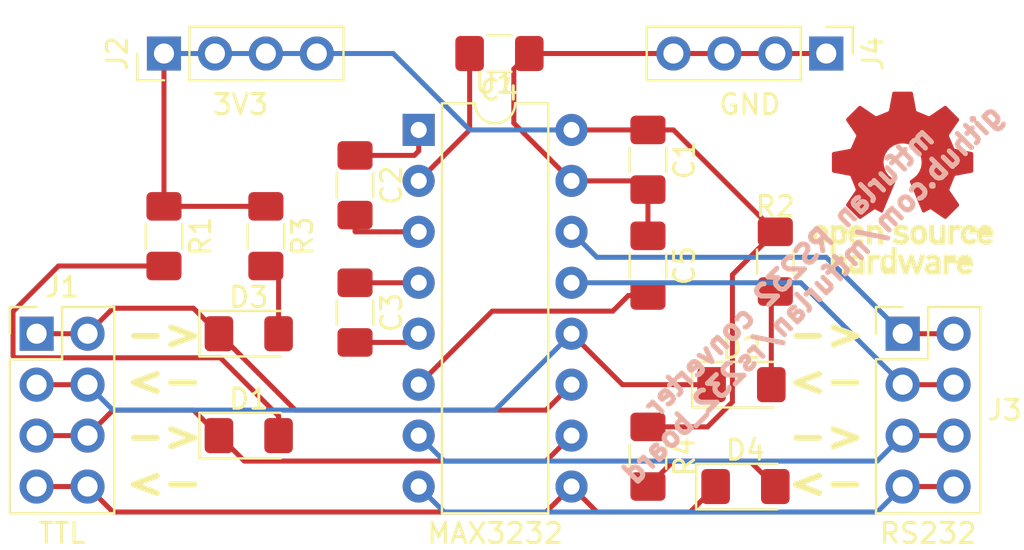
<source format=kicad_pcb>
(kicad_pcb (version 20171130) (host pcbnew "(5.1.2-115-gcca4037fe)")

  (general
    (thickness 1.6)
    (drawings 9)
    (tracks 101)
    (zones 0)
    (modules 19)
    (nets 21)
  )

  (page A4)
  (layers
    (0 F.Cu signal)
    (31 B.Cu signal)
    (32 B.Adhes user)
    (33 F.Adhes user)
    (34 B.Paste user)
    (35 F.Paste user)
    (36 B.SilkS user)
    (37 F.SilkS user)
    (38 B.Mask user)
    (39 F.Mask user)
    (40 Dwgs.User user)
    (41 Cmts.User user)
    (42 Eco1.User user)
    (43 Eco2.User user)
    (44 Edge.Cuts user)
    (45 Margin user)
    (46 B.CrtYd user)
    (47 F.CrtYd user)
    (48 B.Fab user)
    (49 F.Fab user)
  )

  (setup
    (last_trace_width 0.25)
    (trace_clearance 0.2)
    (zone_clearance 0.508)
    (zone_45_only no)
    (trace_min 0.2)
    (via_size 0.8)
    (via_drill 0.4)
    (via_min_size 0.4)
    (via_min_drill 0.3)
    (uvia_size 0.3)
    (uvia_drill 0.1)
    (uvias_allowed no)
    (uvia_min_size 0.2)
    (uvia_min_drill 0.1)
    (edge_width 0.05)
    (segment_width 0.2)
    (pcb_text_width 0.3)
    (pcb_text_size 1.5 1.5)
    (mod_edge_width 0.12)
    (mod_text_size 1 1)
    (mod_text_width 0.15)
    (pad_size 1.524 1.524)
    (pad_drill 0.762)
    (pad_to_mask_clearance 0.051)
    (solder_mask_min_width 0.25)
    (aux_axis_origin 0 0)
    (grid_origin 152.4 134.62)
    (visible_elements FFFFFF7F)
    (pcbplotparams
      (layerselection 0x010fc_ffffffff)
      (usegerberextensions false)
      (usegerberattributes false)
      (usegerberadvancedattributes false)
      (creategerberjobfile false)
      (excludeedgelayer true)
      (linewidth 0.100000)
      (plotframeref false)
      (viasonmask false)
      (mode 1)
      (useauxorigin false)
      (hpglpennumber 1)
      (hpglpenspeed 20)
      (hpglpendiameter 15.000000)
      (psnegative false)
      (psa4output false)
      (plotreference true)
      (plotvalue true)
      (plotinvisibletext false)
      (padsonsilk false)
      (subtractmaskfromsilk false)
      (outputformat 4)
      (mirror false)
      (drillshape 0)
      (scaleselection 1)
      (outputdirectory "/tmp/plots/"))
  )

  (net 0 "")
  (net 1 GND)
  (net 2 +3V3)
  (net 3 "Net-(C2-Pad2)")
  (net 4 "Net-(C2-Pad1)")
  (net 5 "Net-(C3-Pad2)")
  (net 6 "Net-(C3-Pad1)")
  (net 7 "Net-(C4-Pad2)")
  (net 8 "Net-(C5-Pad2)")
  (net 9 "Net-(J3-Pad3)")
  (net 10 "Net-(J3-Pad1)")
  (net 11 "Net-(D1-Pad2)")
  (net 12 "Net-(D1-Pad1)")
  (net 13 "Net-(D2-Pad2)")
  (net 14 "Net-(D2-Pad1)")
  (net 15 "Net-(D3-Pad2)")
  (net 16 "Net-(D3-Pad1)")
  (net 17 "Net-(D4-Pad2)")
  (net 18 "Net-(D4-Pad1)")
  (net 19 "Net-(J3-Pad7)")
  (net 20 "Net-(J3-Pad5)")

  (net_class Default "This is the default net class."
    (clearance 0.2)
    (trace_width 0.25)
    (via_dia 0.8)
    (via_drill 0.4)
    (uvia_dia 0.3)
    (uvia_drill 0.1)
    (add_net +3V3)
    (add_net GND)
    (add_net "Net-(C2-Pad1)")
    (add_net "Net-(C2-Pad2)")
    (add_net "Net-(C3-Pad1)")
    (add_net "Net-(C3-Pad2)")
    (add_net "Net-(C4-Pad2)")
    (add_net "Net-(C5-Pad2)")
    (add_net "Net-(D1-Pad1)")
    (add_net "Net-(D1-Pad2)")
    (add_net "Net-(D2-Pad1)")
    (add_net "Net-(D2-Pad2)")
    (add_net "Net-(D3-Pad1)")
    (add_net "Net-(D3-Pad2)")
    (add_net "Net-(D4-Pad1)")
    (add_net "Net-(D4-Pad2)")
    (add_net "Net-(J3-Pad1)")
    (add_net "Net-(J3-Pad3)")
    (add_net "Net-(J3-Pad5)")
    (add_net "Net-(J3-Pad7)")
  )

  (module oshw:oshw-logo (layer F.Cu) (tedit 5D290CE8) (tstamp 5D2960AF)
    (at 184.15 121.92)
    (descr "Imported from oshw-logo.svg")
    (tags svg2mod)
    (attr smd)
    (fp_text reference oshw (at 0 -7.696951) (layer F.SilkS) hide
      (effects (font (size 1.524 1.524) (thickness 0.3048)))
    )
    (fp_text value G*** (at 0 7.696951) (layer F.SilkS) hide
      (effects (font (size 1.524 1.524) (thickness 0.3048)))
    )
    (fp_poly (pts (xy 3.456378 -1.411937) (xy 2.597387 -1.571676) (xy 2.546544 -1.615412) (xy 2.28324 -2.2297)
      (xy 2.28742 -2.296113) (xy 2.787902 -3.02557) (xy 2.782415 -3.08493) (xy 2.15731 -3.710036)
      (xy 2.098002 -3.715524) (xy 1.355745 -3.206159) (xy 1.289017 -3.201351) (xy 0.693538 -3.445113)
      (xy 0.649645 -3.49538) (xy 0.484263 -4.383843) (xy 0.438437 -4.421936) (xy -0.445688 -4.421936)
      (xy -0.491462 -4.383843) (xy -0.656792 -3.49538) (xy -0.700684 -3.445113) (xy -1.296215 -3.201351)
      (xy -1.362942 -3.206159) (xy -2.105148 -3.715524) (xy -2.164508 -3.710036) (xy -2.789666 -3.08493)
      (xy -2.795154 -3.02557) (xy -2.294619 -2.296113) (xy -2.290492 -2.2297) (xy -2.553848 -1.615412)
      (xy -2.604691 -1.571676) (xy -3.46363 -1.411937) (xy -3.501723 -1.366058) (xy -3.50167 -0.481984)
      (xy -3.463578 -0.436106) (xy -2.625696 -0.280184) (xy -2.575951 -0.236133) (xy -2.314372 0.417295)
      (xy -2.319335 0.48402) (xy -2.795258 1.17758) (xy -2.78977 1.23699) (xy -2.16456 1.862097)
      (xy -2.1052 1.867574) (xy -1.423922 1.399957) (xy -1.358605 1.397841) (xy -1.058149 1.558258)
      (xy -1.00877 1.540081) (xy -0.389255 0.043182) (xy -0.40744 -0.012783) (xy -0.482632 -0.058818)
      (xy -0.530183 -0.095235) (xy -0.715116 -0.248534) (xy -0.857504 -0.442394) (xy -0.949033 -0.668566)
      (xy -0.98139 -0.918801) (xy -0.955566 -1.142984) (xy -0.882007 -1.348778) (xy -0.766584 -1.530313)
      (xy -0.61517 -1.681722) (xy -0.433633 -1.797137) (xy -0.227846 -1.870689) (xy -0.003679 -1.89651)
      (xy 0.220486 -1.870689) (xy 0.426265 -1.797137) (xy 0.607792 -1.681722) (xy 0.759196 -1.530313)
      (xy 0.874608 -1.348778) (xy 0.948159 -1.142984) (xy 0.973981 -0.918801) (xy 0.941631 -0.668566)
      (xy 0.850114 -0.442394) (xy 0.707729 -0.248534) (xy 0.522773 -0.095235) (xy 0.475327 -0.058815)
      (xy 0.400135 -0.01278) (xy 0.38195 0.043182) (xy 1.001413 1.540134) (xy 1.050792 1.55831)
      (xy 1.351249 1.397894) (xy 1.416566 1.40001) (xy 2.097896 1.867627) (xy 2.157203 1.86215)
      (xy 2.782414 1.237045) (xy 2.787901 1.177633) (xy 2.311926 0.484073) (xy 2.307016 0.417348)
      (xy 2.568596 -0.236081) (xy 2.618289 -0.280131) (xy 3.45617 -0.436053) (xy 3.494263 -0.481931)
      (xy 3.494358 -1.366005) (xy 3.45637 -1.411937) (xy 3.456378 -1.411937)) (layer F.Cu) (width 0.052253))
    (fp_poly (pts (xy -3.191526 2.978258) (xy -2.829744 2.927375) (xy -2.882448 3.044827) (xy -2.985413 3.132287)
      (xy -3.134152 3.166996) (xy -3.265099 3.13646) (xy -3.376607 3.055958) (xy -3.377295 3.799522)
      (xy -3.267197 3.716257) (xy -3.129353 3.688484) (xy -2.983294 3.725626) (xy -2.865207 3.835133)
      (xy -2.816617 4.014126) (xy -2.816617 4.63782) (xy -3.005356 4.63782) (xy -3.005356 4.078972)
      (xy -3.058335 3.930187) (xy -3.190437 3.877222) (xy -3.324114 3.930187) (xy -3.377295 4.078972)
      (xy -3.377295 4.63782) (xy -3.566077 4.63782) (xy -3.566077 2.217657) (xy -3.376607 2.217657)
      (xy -3.376607 2.315739) (xy -3.269253 2.236836) (xy -3.134152 2.206529) (xy -2.985413 2.241238)
      (xy -2.882448 2.328695) (xy -2.829744 2.44643) (xy -2.815877 2.687729) (xy -2.829744 2.927375)
      (xy -3.191526 2.978258) (xy -3.031448 2.887088) (xy -3.004616 2.687677) (xy -3.031448 2.486626)
      (xy -3.191526 2.395267) (xy -3.349984 2.490113) (xy -3.376607 2.687677) (xy -3.350003 2.88364)
      (xy -3.191526 2.978258)) (layer F.SilkS) (width 0.052253))
    (fp_poly (pts (xy 4.5 2.758008) (xy 4.5 2.602555) (xy 4.445754 2.392087) (xy 4.305556 2.255273)
      (xy 4.113222 2.206476) (xy 3.93229 2.250702) (xy 3.528456 2.384189) (xy 3.666992 2.439923)
      (xy 3.726443 2.602608) (xy 3.330468 2.602608) (xy 3.389192 2.439923) (xy 3.528456 2.384189)
      (xy 3.93229 2.250702) (xy 3.786391 2.402267) (xy 3.726443 2.689505) (xy 3.764436 2.926462)
      (xy 3.862458 3.072542) (xy 3.996574 3.146462) (xy 4.14285 3.166943) (xy 4.324671 3.131319)
      (xy 4.48145 3.015199) (xy 4.344494 2.898677) (xy 4.139138 2.989386) (xy 3.978591 2.931307)
      (xy 3.915234 2.758008) (xy 4.5 2.758008)) (layer F.SilkS) (width 0.052253))
    (fp_poly (pts (xy 3.539637 2.880177) (xy 3.349122 2.978258) (xy 3.169364 2.909276) (xy 3.104785 2.687571)
      (xy 3.169344 2.464411) (xy 3.349122 2.395267) (xy 3.539637 2.493345) (xy 3.678421 2.369348)
      (xy 3.532942 2.252504) (xy 3.341649 2.206476) (xy 3.183819 2.233253) (xy 3.047666 2.317972)
      (xy 2.952103 2.467216) (xy 2.916046 2.687571) (xy 2.952103 2.906974) (xy 3.047666 3.055702)
      (xy 3.183819 3.140208) (xy 3.341649 3.166943) (xy 3.532981 3.120908) (xy 3.678421 3.004174)
      (xy 3.539637 2.880177)) (layer F.SilkS) (width 0.052253))
    (fp_poly (pts (xy 2.305571 3.155814) (xy 2.494362 3.155814) (xy 2.494362 2.591426) (xy 2.55124 2.441988)
      (xy 2.677562 2.395267) (xy 2.801559 2.441511) (xy 2.938515 2.278639) (xy 2.742356 2.206476)
      (xy 2.604924 2.234249) (xy 2.49802 2.317514) (xy 2.494363 2.317514) (xy 2.494363 2.217605)
      (xy 2.305572 2.217605) (xy 2.305571 3.155814)) (layer F.SilkS) (width 0.052253))
    (fp_poly (pts (xy 1.349179 2.841302) (xy 1.39785 3.020294) (xy 1.516436 3.129801) (xy 1.663796 3.166943)
      (xy 1.799537 3.139171) (xy 1.906199 3.055905) (xy 1.909856 3.055905) (xy 1.909856 3.155918)
      (xy 2.098542 3.155918) (xy 2.098542 2.217605) (xy 1.909856 2.217605) (xy 1.909856 2.776455)
      (xy 1.856871 2.9252) (xy 1.724722 2.978205) (xy 1.591065 2.9252) (xy 1.537865 2.776455)
      (xy 1.537865 2.217605) (xy 1.349178 2.217605) (xy 1.349179 2.841302)) (layer F.SilkS) (width 0.052253))
    (fp_poly (pts (xy 0.414473 2.685848) (xy 0.649613 2.909776) (xy 0.603264 2.685872) (xy 0.649613 2.463794)
      (xy 0.801252 2.395291) (xy 0.952995 2.463794) (xy 0.999239 2.6877) (xy 0.952995 2.909776)
      (xy 0.801252 2.978282) (xy 0.649613 2.909776) (xy 0.414473 2.685848) (xy 0.438333 2.912757)
      (xy 0.516315 3.046708) (xy 0.623414 3.128341) (xy 0.801252 3.166943) (xy 0.979181 3.128341)
      (xy 1.086293 3.046708) (xy 1.164222 2.912737) (xy 1.18803 2.685848) (xy 1.164222 2.460519)
      (xy 1.086293 2.326814) (xy 0.979181 2.24513) (xy 0.801252 2.206476) (xy 0.623414 2.24513)
      (xy 0.516315 2.326814) (xy 0.438333 2.460538) (xy 0.414473 2.685848)) (layer F.SilkS) (width 0.052253))
    (fp_poly (pts (xy -0.494159 2.998583) (xy -0.299607 3.125115) (xy -0.081463 3.166996) (xy 0.116339 3.132871)
      (xy 0.254921 3.03459) (xy 0.307145 2.878296) (xy 0.244023 2.686337) (xy 0.035114 2.597017)
      (xy -0.120339 2.585984) (xy -0.244284 2.4971) (xy -0.083344 2.384234) (xy 0.052978 2.40831)
      (xy 0.168412 2.471184) (xy 0.284937 2.334331) (xy 0.12787 2.241294) (xy -0.083396 2.206571)
      (xy -0.262062 2.23906) (xy -0.386454 2.335704) (xy -0.433128 2.495272) (xy -0.356328 2.684011)
      (xy -0.162978 2.761763) (xy 0.003606 2.776553) (xy 0.118354 2.869093) (xy 0.066042 2.959056)
      (xy -0.066728 2.989331) (xy -0.231417 2.959075) (xy -0.362794 2.869093) (xy -0.494159 2.998583)) (layer F.SilkS) (width 0.052253))
    (fp_poly (pts (xy -1.753986 3.155814) (xy -1.565247 3.155814) (xy -1.565247 2.59707) (xy -1.51204 2.448285)
      (xy -1.378337 2.39532) (xy -1.246234 2.448285) (xy -1.193256 2.59707) (xy -1.193256 3.155814)
      (xy -1.004517 3.155814) (xy -1.004517 2.532223) (xy -1.053107 2.353156) (xy -1.171193 2.243622)
      (xy -1.317253 2.206476) (xy -1.454653 2.234249) (xy -1.561485 2.317514) (xy -1.565247 2.317514)
      (xy -1.565247 2.217605) (xy -1.753986 2.217605) (xy -1.753986 3.155814)) (layer F.SilkS) (width 0.052253))
    (fp_poly (pts (xy -1.915083 2.758008) (xy -1.915083 2.602555) (xy -1.969293 2.392087) (xy -2.109442 2.255273)
      (xy -2.301809 2.206476) (xy -2.482718 2.250702) (xy -2.886576 2.384189) (xy -2.74802 2.439923)
      (xy -2.688588 2.602608) (xy -3.084616 2.602608) (xy -3.025844 2.439923) (xy -2.886576 2.384189)
      (xy -2.482718 2.250702) (xy -2.628628 2.402267) (xy -2.688588 2.689505) (xy -2.650596 2.926462)
      (xy -2.552579 3.072542) (xy -2.418479 3.146462) (xy -2.272234 3.166943) (xy -2.090406 3.131319)
      (xy -1.933581 3.015199) (xy -2.070536 2.898677) (xy -2.275892 2.989386) (xy -2.436466 2.931307)
      (xy -2.499849 2.758008) (xy -1.915083 2.758008)) (layer F.SilkS) (width 0.052253))
    (fp_poly (pts (xy -4.5 2.685848) (xy -4.264965 2.909776) (xy -4.311262 2.685872) (xy -4.264965 2.463794)
      (xy -4.113222 2.395291) (xy -3.961478 2.463794) (xy -3.915234 2.6877) (xy -3.961478 2.909776)
      (xy -4.113222 2.978282) (xy -4.264965 2.909776) (xy -4.5 2.685848) (xy -4.476193 2.912757)
      (xy -4.398263 3.046708) (xy -4.291131 3.128341) (xy -4.113222 3.166943) (xy -3.935358 3.128341)
      (xy -3.828232 3.046708) (xy -3.750277 2.912737) (xy -3.726443 2.685848) (xy -3.750277 2.460519)
      (xy -3.828232 2.326814) (xy -3.935358 2.24513) (xy -4.113222 2.206476) (xy -4.291131 2.24513)
      (xy -4.398263 2.326814) (xy -4.476193 2.460538) (xy -4.5 2.685848)) (layer F.SilkS) (width 0.052253))
    (fp_poly (pts (xy 3.481584 4.239966) (xy 3.481584 4.084407) (xy 3.427387 3.874012) (xy 3.287263 3.737224)
      (xy 3.094909 3.688431) (xy 2.914024 3.73263) (xy 2.510248 3.866041) (xy 2.648823 3.921814)
      (xy 2.708235 4.08446) (xy 2.31226 4.08446) (xy 2.370986 3.921814) (xy 2.510248 3.866041)
      (xy 2.914024 3.73263) (xy 2.768102 3.884145) (xy 2.708131 4.171357) (xy 2.746124 4.408374)
      (xy 2.844146 4.554484) (xy 2.978262 4.628416) (xy 3.124537 4.648898) (xy 3.30632 4.613274)
      (xy 3.463138 4.497154) (xy 3.326182 4.380526) (xy 3.120827 4.471238) (xy 2.960279 4.413172)
      (xy 2.896922 4.239966) (xy 3.481584 4.239966)) (layer F.SilkS) (width 0.052253))
    (fp_poly (pts (xy 2.07179 4.63782) (xy 2.260477 4.63782) (xy 2.260477 4.073329) (xy 2.317354 3.92393)
      (xy 2.443677 3.877169) (xy 2.567674 3.923519) (xy 2.70463 3.760644) (xy 2.508471 3.688484)
      (xy 2.37109 3.716257) (xy 2.264239 3.799522) (xy 2.260476 3.799522) (xy 2.260476 3.699613)
      (xy 2.07179 3.699613) (xy 2.07179 4.63782)) (layer F.SilkS) (width 0.052253))
    (fp_poly (pts (xy 1.675606 4.63782) (xy 1.675552 4.308363) (xy 1.62906 4.444648) (xy 1.464606 4.471238)
      (xy 1.327905 4.435607) (xy 1.286945 4.352832) (xy 1.449818 4.23986) (xy 1.675552 4.23986)
      (xy 1.675552 4.308363) (xy 1.675606 4.63782) (xy 1.864397 4.63782) (xy 1.864397 3.99751)
      (xy 1.814553 3.814604) (xy 1.677934 3.717208) (xy 1.473908 3.688484) (xy 1.289989 3.719457)
      (xy 1.15741 3.825441) (xy 1.305496 3.938307) (xy 1.483052 3.866041) (xy 1.629975 3.892918)
      (xy 1.675553 3.986379) (xy 1.675553 4.08446) (xy 1.414601 4.08446) (xy 1.186299 4.167072)
      (xy 1.109232 4.362082) (xy 1.148651 4.508843) (xy 1.261688 4.610771) (xy 1.440518 4.648951)
      (xy 1.589499 4.626058) (xy 1.671896 4.554529) (xy 1.675552 4.554529) (xy 1.675552 4.63782)
      (xy 1.675606 4.63782)) (layer F.SilkS) (width 0.052253))
    (fp_poly (pts (xy 0.894733 3.699613) (xy 0.715348 4.356541) (xy 0.711532 4.356541) (xy 0.498757 3.699613)
      (xy 0.361801 3.699613) (xy 0.149026 4.356541) (xy 0.145316 4.356541) (xy -0.034226 3.699613)
      (xy -0.234043 3.699613) (xy 0.065734 4.637823) (xy 0.232266 4.637823) (xy 0.428425 3.980841)
      (xy 0.432134 3.980841) (xy 0.628293 4.637823) (xy 0.794928 4.637823) (xy 1.094653 3.699613)
      (xy 0.894733 3.699613)) (layer F.SilkS) (width 0.052253))
    (fp_poly (pts (xy -0.523787 4.63782) (xy -0.335048 4.63782) (xy -0.55039 3.873761) (xy -0.523787 4.069778)
      (xy -0.550391 4.267287) (xy -0.708868 4.362082) (xy -0.868946 4.270736) (xy -0.895778 4.069778)
      (xy -0.868946 3.870274) (xy -0.708868 3.779091) (xy -0.55039 3.873761) (xy -0.335048 4.63782)
      (xy -0.335048 3.32015) (xy -0.523787 3.32015) (xy -0.523787 3.799522) (xy -0.635295 3.71902)
      (xy -0.766242 3.688484) (xy -0.914975 3.723155) (xy -1.017894 3.810653) (xy -1.070644 3.928077)
      (xy -1.084517 4.167856) (xy -1.070644 4.409063) (xy -1.017894 4.526782) (xy -0.914975 4.614242)
      (xy -0.766242 4.648951) (xy -0.631122 4.618605) (xy -0.523787 4.539742) (xy -0.523787 4.63782)) (layer F.SilkS) (width 0.052253))
    (fp_poly (pts (xy -1.721275 4.63782) (xy -1.532536 4.63782) (xy -1.532536 4.073329) (xy -1.475613 3.92393)
      (xy -1.349284 3.877169) (xy -1.225287 3.923519) (xy -1.088384 3.760644) (xy -1.284542 3.688484)
      (xy -1.421949 3.716257) (xy -1.528826 3.799522) (xy -1.532536 3.799522) (xy -1.532536 3.699613)
      (xy -1.721275 3.699613) (xy -1.721275 4.63782)) (layer F.SilkS) (width 0.052253))
    (fp_poly (pts (xy -2.117407 4.63782) (xy -2.117408 4.225073) (xy -2.1639 4.361357) (xy -2.328354 4.387947)
      (xy -2.465101 4.352317) (xy -2.506068 4.269541) (xy -2.343142 4.156569) (xy -2.117408 4.156569)
      (xy -2.117408 4.225073) (xy -2.117407 4.63782) (xy -1.928616 4.63782) (xy -1.928616 3.99751)
      (xy -1.978449 3.814604) (xy -2.115056 3.717208) (xy -2.319105 3.688484) (xy -2.503017 3.719457)
      (xy -2.635551 3.825441) (xy -2.487517 3.938307) (xy -2.309856 3.866041) (xy -2.162979 3.892918)
      (xy -2.117407 3.986379) (xy -2.117407 4.08446) (xy -2.37836 4.08446) (xy -2.606655 4.167072)
      (xy -2.683676 4.362082) (xy -2.644272 4.508843) (xy -2.531259 4.610771) (xy -2.352443 4.648951)
      (xy -2.203449 4.626058) (xy -2.121117 4.554529) (xy -2.117408 4.554529) (xy -2.117407 4.63782)) (layer F.SilkS) (width 0.052253))
    (fp_poly (pts (xy -2.180429 1.9495) (xy -2.251614 1.922398) (xy -2.366874 1.802246) (xy -2.498503 1.677085)
      (xy -2.728548 1.452804) (xy -2.846027 1.284096) (xy -2.87318 1.139028) (xy -2.83487 1.01535)
      (xy -2.706617 0.866671) (xy -2.574758 0.714327) (xy -2.500528 0.568072) (xy -2.471127 0.402687)
      (xy -2.488782 0.212106) (xy -2.555356 0.025466) (xy -2.658019 -0.121265) (xy -2.824772 -0.221787)
      (xy -3.108219 -0.271103) (xy -3.314606 -0.294058) (xy -3.441209 -0.323655) (xy -3.527645 -0.38974)
      (xy -3.583735 -0.539661) (xy -3.61191 -0.724541) (xy -3.613587 -0.964539) (xy -3.590182 -1.279814)
      (xy -3.559824 -1.460953) (xy -3.346013 -1.554489) (xy -3.097571 -1.582699) (xy -2.853005 -1.610787)
      (xy -2.695479 -1.67423) (xy -2.597026 -1.783502) (xy -2.546977 -1.86471) (xy -2.45799 -2.045514)
      (xy -2.440815 -2.238035) (xy -2.496085 -2.435149) (xy -2.575245 -2.56847) (xy -2.710728 -2.716862)
      (xy -2.844507 -2.86959) (xy -2.874827 -2.988989) (xy -2.821845 -3.167741) (xy -2.616476 -3.413007)
      (xy -2.504364 -3.533826) (xy -2.436152 -3.615259) (xy -2.316322 -3.729134) (xy -2.165086 -3.776262)
      (xy -1.990936 -3.753999) (xy -1.826538 -3.672965) (xy -1.642593 -3.518451) (xy -1.494793 -3.392256)
      (xy -1.371115 -3.343716) (xy -1.177199 -3.347716) (xy -0.959465 -3.436432) (xy -0.779587 -3.581405)
      (xy -0.688678 -3.737104) (xy -0.657691 -4.009024) (xy -0.638123 -4.226216) (xy -0.605829 -4.355974)
      (xy -0.49815 -4.494653) (xy -0.461027 -4.520397) (xy -0.076871 -4.527519) (xy 0.210761 -4.532873)
      (xy 0.36285 -4.53574) (xy 0.528316 -4.45987) (xy 0.594325 -4.349342) (xy 0.636748 -4.176861)
      (xy 0.662242 -3.915362) (xy 0.686108 -3.735238) (xy 0.812167 -3.53722) (xy 1.014391 -3.396431)
      (xy 1.249475 -3.343021) (xy 1.412961 -3.372132) (xy 1.613832 -3.508205) (xy 1.852268 -3.681421)
      (xy 2.021617 -3.766434) (xy 2.16322 -3.783997) (xy 2.308484 -3.734924) (xy 2.433364 -3.597953)
      (xy 2.506914 -3.508312) (xy 2.630136 -3.379607) (xy 2.796261 -3.203443) (xy 2.862794 -3.091715)
      (xy 2.8679 -2.946991) (xy 2.744754 -2.777162) (xy 2.595871 -2.602123) (xy 2.496175 -2.442035)
      (xy 2.439551 -2.295174) (xy 2.429586 -2.155683) (xy 2.503911 -1.926456) (xy 2.55986 -1.825552)
      (xy 2.671602 -1.69389) (xy 2.854457 -1.615203) (xy 3.109079 -1.57814) (xy 3.35068 -1.54608)
      (xy 3.543821 -1.473444) (xy 3.576161 -1.374788) (xy 3.601745 -1.212811) (xy 3.607085 -1.077965)
      (xy 3.596932 -0.871036) (xy 3.586234 -0.676751) (xy 3.581811 -0.53297) (xy 3.581859 -0.425154)
      (xy 3.542882 -0.391791) (xy 3.389397 -0.310822) (xy 3.10117 -0.271948) (xy 2.865978 -0.243671)
      (xy 2.698064 -0.166347) (xy 2.550217 0.041457) (xy 2.47306 0.254814) (xy 2.462555 0.455888)
      (xy 2.518756 0.643651) (xy 2.586705 0.746447) (xy 2.737569 0.897201) (xy 2.82903 1.008046)
      (xy 2.856742 1.146603) (xy 2.823596 1.303636) (xy 2.748656 1.423871) (xy 2.629847 1.554949)
      (xy 2.454946 1.710356) (xy 2.356342 1.811496) (xy 2.208097 1.941673) (xy 2.108227 1.948208)
      (xy 1.962984 1.905171) (xy 1.792002 1.791285) (xy 1.630829 1.64434) (xy 1.439387 1.532725)
      (xy 1.221763 1.590066) (xy 0.983455 1.641757) (xy 0.872953 1.472067) (xy 0.803003 1.323576)
      (xy 0.735405 1.169992) (xy 0.65627 0.978671) (xy 0.551709 0.716965) (xy 0.446814 0.461562)
      (xy 0.389014 0.341666) (xy 0.332632 0.244678) (xy 0.307335 0.107431) (xy 0.3349 -0.031126)
      (xy 0.44762 -0.171458) (xy 0.603328 -0.303623) (xy 0.702741 -0.386758) (xy 0.779301 -0.510891)
      (xy 0.838698 -0.654993) (xy 0.863583 -0.838322) (xy 0.857166 -1.031259) (xy 0.802693 -1.233907)
      (xy 0.708722 -1.417024) (xy 0.578282 -1.574711) (xy 0.418116 -1.697844) (xy 0.236639 -1.769157)
      (xy 0.011697 -1.797358) (xy -0.200758 -1.782435) (xy -0.411968 -1.697217) (xy -0.598084 -1.55388)
      (xy -0.747514 -1.363939) (xy -0.848667 -1.138905) (xy -0.8745 -0.904034) (xy -0.845238 -0.651659)
      (xy -0.748955 -0.439002) (xy -0.553397 -0.250881) (xy -0.389881 -0.1118) (xy -0.306457 -0.021033)
      (xy -0.2882 0.008508) (xy -0.31241 0.085682) (xy -0.360268 0.225652) (xy -0.428587 0.404717)
      (xy -0.519514 0.628301) (xy -0.635192 0.901829) (xy -0.783044 1.248276) (xy -0.855742 1.424847)
      (xy -0.886197 1.511482) (xy -0.97827 1.638695) (xy -1.170661 1.603097) (xy -1.41629 1.525338)
      (xy -1.554197 1.588021) (xy -1.656432 1.677079) (xy -1.838703 1.818687) (xy -1.970471 1.903618)
      (xy -2.07652 1.9457) (xy -2.126707 1.954564) (xy -2.180428 1.94951) (xy -2.180429 1.9495)) (layer F.Mask) (width 0.009237))
    (fp_poly (pts (xy -0.456269 -4.525963) (xy -0.604446 -4.369564) (xy -0.653533 -4.151863) (xy -0.665896 -3.913361)
      (xy -0.703902 -3.69456) (xy -0.841681 -3.524391) (xy -1.030627 -3.399051) (xy -1.242865 -3.340568)
      (xy -1.450516 -3.370966) (xy -1.625706 -3.512272) (xy -1.791201 -3.656347) (xy -1.974094 -3.754353)
      (xy -2.1604 -3.783978) (xy -2.33613 -3.722909) (xy -2.487299 -3.548833) (xy -2.636026 -3.40213)
      (xy -2.778871 -3.241226) (xy -2.870116 -3.07107) (xy -2.864041 -2.896609) (xy -2.714928 -2.722793)
      (xy -2.576606 -2.566767) (xy -2.480613 -2.39216) (xy -2.440222 -2.206242) (xy -2.468705 -2.016279)
      (xy -2.579334 -1.829539) (xy -2.682354 -1.68606) (xy -2.836859 -1.617231) (xy -3.023135 -1.591457)
      (xy -3.221467 -1.577141) (xy -3.412141 -1.542684) (xy -3.575443 -1.45649) (xy -3.59831 -1.233016)
      (xy -3.618562 -0.996417) (xy -3.620501 -0.760276) (xy -3.588428 -0.53818) (xy -3.506646 -0.343713)
      (xy -3.327669 -0.290582) (xy -3.135612 -0.270017) (xy -2.944702 -0.249586) (xy -2.769164 -0.196855)
      (xy -2.623224 -0.079392) (xy -2.51661 0.123141) (xy -2.473302 0.332024) (xy -2.495121 0.536923)
      (xy -2.583886 0.727503) (xy -2.741417 0.893428) (xy -2.863741 1.063311) (xy -2.870534 1.226978)
      (xy -2.793593 1.383029) (xy -2.664715 1.530064) (xy -2.515697 1.666683) (xy -2.378338 1.791485)
      (xy -2.225715 1.941269) (xy -2.059957 1.947912) (xy -1.889803 1.862274) (xy -1.723994 1.735211)
      (xy -1.57127 1.617582) (xy -1.459278 1.530616) (xy -1.326314 1.544371) (xy -1.186861 1.602574)
      (xy -1.055404 1.648949) (xy -0.946424 1.627223) (xy -0.874406 1.481121) (xy -0.788827 1.270526)
      (xy -0.699417 1.061397) (xy -0.60869 0.852773) (xy -0.519159 0.643695) (xy -0.433337 0.433205)
      (xy -0.353737 0.220343) (xy -0.282874 0.004151) (xy -0.425832 -0.152515) (xy -0.59385 -0.287338)
      (xy -0.744183 -0.436024) (xy -0.834086 -0.634279) (xy -0.878745 -0.852447) (xy -0.861639 -1.071444)
      (xy -0.790488 -1.2803) (xy -0.673013 -1.468041) (xy -0.516933 -1.623697) (xy -0.32997 -1.736295)
      (xy -0.119845 -1.794865) (xy 0.105724 -1.788433) (xy 0.313832 -1.742976) (xy 0.494403 -1.644098)
      (xy 0.643609 -1.502424) (xy 0.757618 -1.328577) (xy 0.832601 -1.133182) (xy 0.86473 -0.926862)
      (xy 0.850174 -0.720241) (xy 0.785103 -0.523943) (xy 0.665688 -0.348592) (xy 0.508656 -0.239441)
      (xy 0.381234 -0.11242) (xy 0.306814 0.032363) (xy 0.308788 0.194802) (xy 0.410547 0.374789)
      (xy 0.496101 0.587625) (xy 0.580265 0.801164) (xy 0.665483 1.014281) (xy 0.754201 1.225848)
      (xy 0.848864 1.434738) (xy 0.951917 1.639823) (xy 1.132885 1.627039) (xy 1.309599 1.559962)
      (xy 1.477707 1.537645) (xy 1.63286 1.659138) (xy 1.771845 1.783093) (xy 1.929664 1.894217)
      (xy 2.093209 1.95471) (xy 2.249371 1.926769) (xy 2.385044 1.772594) (xy 2.536019 1.648078)
      (xy 2.685864 1.506108) (xy 2.805656 1.350978) (xy 2.866474 1.186978) (xy 2.839397 1.018402)
      (xy 2.695505 0.849542) (xy 2.536285 0.672441) (xy 2.466911 0.469191) (xy 2.47588 0.254755)
      (xy 2.551687 0.044096) (xy 2.682828 -0.147824) (xy 2.851134 -0.236424) (xy 3.045681 -0.265506)
      (xy 3.246784 -0.278888) (xy 3.434759 -0.32039) (xy 3.589921 -0.43383) (xy 3.587044 -0.640741)
      (xy 3.600284 -0.851396) (xy 3.611254 -1.062595) (xy 3.601569 -1.271138) (xy 3.552843 -1.473828)
      (xy 3.379625 -1.544112) (xy 3.18351 -1.57486) (xy 2.9829 -1.595102) (xy 2.796194 -1.63387)
      (xy 2.641795 -1.720194) (xy 2.538102 -1.883107) (xy 2.440455 -2.081038) (xy 2.437961 -2.274083)
      (xy 2.506317 -2.458652) (xy 2.621216 -2.631158) (xy 2.758353 -2.788011) (xy 2.871128 -2.936923)
      (xy 2.873574 -3.076764) (xy 2.799139 -3.209333) (xy 2.681269 -3.33643) (xy 2.553413 -3.459854)
      (xy 2.449018 -3.581404) (xy 2.302133 -3.745512) (xy 2.140557 -3.792295) (xy 1.971174 -3.752085)
      (xy 1.80087 -3.655213) (xy 1.636531 -3.532011) (xy 1.485043 -3.412813) (xy 1.318408 -3.349137)
      (xy 1.136389 -3.357757) (xy 0.959677 -3.42663) (xy 0.808964 -3.543711) (xy 0.704939 -3.696955)
      (xy 0.668294 -3.874317) (xy 0.656479 -4.058024) (xy 0.627401 -4.256285) (xy 0.56092 -4.4279)
      (xy 0.436894 -4.531666) (xy 0.235181 -4.526385) (xy 0.004696 -4.526487) (xy -0.225788 -4.52653)
      (xy -0.45627 -4.525961) (xy -0.456269 -4.525963)) (layer F.Mask) (width 0.052253))
  )

  (module Capacitor_SMD:C_1206_3216Metric_Pad1.42x1.75mm_HandSolder (layer F.Cu) (tedit 5B301BBE) (tstamp 5D009345)
    (at 171.45 120.8675 270)
    (descr "Capacitor SMD 1206 (3216 Metric), square (rectangular) end terminal, IPC_7351 nominal with elongated pad for handsoldering. (Body size source: http://www.tortai-tech.com/upload/download/2011102023233369053.pdf), generated with kicad-footprint-generator")
    (tags "capacitor handsolder")
    (path /5D0016E9)
    (attr smd)
    (fp_text reference C1 (at 0 -1.82 90) (layer F.SilkS)
      (effects (font (size 1 1) (thickness 0.15)))
    )
    (fp_text value .1uF (at 0 1.82 90) (layer F.Fab)
      (effects (font (size 1 1) (thickness 0.15)))
    )
    (fp_text user %R (at 0 0 90) (layer F.Fab)
      (effects (font (size 0.8 0.8) (thickness 0.12)))
    )
    (fp_line (start 2.45 1.12) (end -2.45 1.12) (layer F.CrtYd) (width 0.05))
    (fp_line (start 2.45 -1.12) (end 2.45 1.12) (layer F.CrtYd) (width 0.05))
    (fp_line (start -2.45 -1.12) (end 2.45 -1.12) (layer F.CrtYd) (width 0.05))
    (fp_line (start -2.45 1.12) (end -2.45 -1.12) (layer F.CrtYd) (width 0.05))
    (fp_line (start -0.602064 0.91) (end 0.602064 0.91) (layer F.SilkS) (width 0.12))
    (fp_line (start -0.602064 -0.91) (end 0.602064 -0.91) (layer F.SilkS) (width 0.12))
    (fp_line (start 1.6 0.8) (end -1.6 0.8) (layer F.Fab) (width 0.1))
    (fp_line (start 1.6 -0.8) (end 1.6 0.8) (layer F.Fab) (width 0.1))
    (fp_line (start -1.6 -0.8) (end 1.6 -0.8) (layer F.Fab) (width 0.1))
    (fp_line (start -1.6 0.8) (end -1.6 -0.8) (layer F.Fab) (width 0.1))
    (pad 2 smd roundrect (at 1.4875 0 270) (size 1.425 1.75) (layers F.Cu F.Paste F.Mask) (roundrect_rratio 0.175439)
      (net 1 GND))
    (pad 1 smd roundrect (at -1.4875 0 270) (size 1.425 1.75) (layers F.Cu F.Paste F.Mask) (roundrect_rratio 0.175439)
      (net 2 +3V3))
    (model ${KISYS3DMOD}/Capacitor_SMD.3dshapes/C_1206_3216Metric.wrl
      (at (xyz 0 0 0))
      (scale (xyz 1 1 1))
      (rotate (xyz 0 0 0))
    )
  )

  (module Resistor_SMD:R_1206_3216Metric_Pad1.42x1.75mm_HandSolder (layer F.Cu) (tedit 5B301BBD) (tstamp 5D28F236)
    (at 171.45 135.6725 270)
    (descr "Resistor SMD 1206 (3216 Metric), square (rectangular) end terminal, IPC_7351 nominal with elongated pad for handsoldering. (Body size source: http://www.tortai-tech.com/upload/download/2011102023233369053.pdf), generated with kicad-footprint-generator")
    (tags "resistor handsolder")
    (path /5D2B8F00)
    (attr smd)
    (fp_text reference R4 (at 0 -1.82 90) (layer F.SilkS)
      (effects (font (size 1 1) (thickness 0.15)))
    )
    (fp_text value 1k (at 0 1.82 90) (layer F.Fab)
      (effects (font (size 1 1) (thickness 0.15)))
    )
    (fp_text user %R (at 0 0 90) (layer F.Fab)
      (effects (font (size 0.8 0.8) (thickness 0.12)))
    )
    (fp_line (start 2.45 1.12) (end -2.45 1.12) (layer F.CrtYd) (width 0.05))
    (fp_line (start 2.45 -1.12) (end 2.45 1.12) (layer F.CrtYd) (width 0.05))
    (fp_line (start -2.45 -1.12) (end 2.45 -1.12) (layer F.CrtYd) (width 0.05))
    (fp_line (start -2.45 1.12) (end -2.45 -1.12) (layer F.CrtYd) (width 0.05))
    (fp_line (start -0.602064 0.91) (end 0.602064 0.91) (layer F.SilkS) (width 0.12))
    (fp_line (start -0.602064 -0.91) (end 0.602064 -0.91) (layer F.SilkS) (width 0.12))
    (fp_line (start 1.6 0.8) (end -1.6 0.8) (layer F.Fab) (width 0.1))
    (fp_line (start 1.6 -0.8) (end 1.6 0.8) (layer F.Fab) (width 0.1))
    (fp_line (start -1.6 -0.8) (end 1.6 -0.8) (layer F.Fab) (width 0.1))
    (fp_line (start -1.6 0.8) (end -1.6 -0.8) (layer F.Fab) (width 0.1))
    (pad 2 smd roundrect (at 1.4875 0 270) (size 1.425 1.75) (layers F.Cu F.Paste F.Mask) (roundrect_rratio 0.175439)
      (net 17 "Net-(D4-Pad2)"))
    (pad 1 smd roundrect (at -1.4875 0 270) (size 1.425 1.75) (layers F.Cu F.Paste F.Mask) (roundrect_rratio 0.175439)
      (net 2 +3V3))
    (model ${KISYS3DMOD}/Resistor_SMD.3dshapes/R_1206_3216Metric.wrl
      (at (xyz 0 0 0))
      (scale (xyz 1 1 1))
      (rotate (xyz 0 0 0))
    )
  )

  (module Resistor_SMD:R_1206_3216Metric_Pad1.42x1.75mm_HandSolder (layer F.Cu) (tedit 5B301BBD) (tstamp 5D28F20C)
    (at 152.4 124.6775 270)
    (descr "Resistor SMD 1206 (3216 Metric), square (rectangular) end terminal, IPC_7351 nominal with elongated pad for handsoldering. (Body size source: http://www.tortai-tech.com/upload/download/2011102023233369053.pdf), generated with kicad-footprint-generator")
    (tags "resistor handsolder")
    (path /5D2B0654)
    (attr smd)
    (fp_text reference R3 (at 0 -1.82 90) (layer F.SilkS)
      (effects (font (size 1 1) (thickness 0.15)))
    )
    (fp_text value 1k (at 0 1.82 90) (layer F.Fab)
      (effects (font (size 1 1) (thickness 0.15)))
    )
    (fp_text user %R (at 0 0 90) (layer F.Fab)
      (effects (font (size 0.8 0.8) (thickness 0.12)))
    )
    (fp_line (start 2.45 1.12) (end -2.45 1.12) (layer F.CrtYd) (width 0.05))
    (fp_line (start 2.45 -1.12) (end 2.45 1.12) (layer F.CrtYd) (width 0.05))
    (fp_line (start -2.45 -1.12) (end 2.45 -1.12) (layer F.CrtYd) (width 0.05))
    (fp_line (start -2.45 1.12) (end -2.45 -1.12) (layer F.CrtYd) (width 0.05))
    (fp_line (start -0.602064 0.91) (end 0.602064 0.91) (layer F.SilkS) (width 0.12))
    (fp_line (start -0.602064 -0.91) (end 0.602064 -0.91) (layer F.SilkS) (width 0.12))
    (fp_line (start 1.6 0.8) (end -1.6 0.8) (layer F.Fab) (width 0.1))
    (fp_line (start 1.6 -0.8) (end 1.6 0.8) (layer F.Fab) (width 0.1))
    (fp_line (start -1.6 -0.8) (end 1.6 -0.8) (layer F.Fab) (width 0.1))
    (fp_line (start -1.6 0.8) (end -1.6 -0.8) (layer F.Fab) (width 0.1))
    (pad 2 smd roundrect (at 1.4875 0 270) (size 1.425 1.75) (layers F.Cu F.Paste F.Mask) (roundrect_rratio 0.175439)
      (net 15 "Net-(D3-Pad2)"))
    (pad 1 smd roundrect (at -1.4875 0 270) (size 1.425 1.75) (layers F.Cu F.Paste F.Mask) (roundrect_rratio 0.175439)
      (net 2 +3V3))
    (model ${KISYS3DMOD}/Resistor_SMD.3dshapes/R_1206_3216Metric.wrl
      (at (xyz 0 0 0))
      (scale (xyz 1 1 1))
      (rotate (xyz 0 0 0))
    )
  )

  (module Resistor_SMD:R_1206_3216Metric_Pad1.42x1.75mm_HandSolder (layer F.Cu) (tedit 5B301BBD) (tstamp 5D28F116)
    (at 177.8 125.9475 270)
    (descr "Resistor SMD 1206 (3216 Metric), square (rectangular) end terminal, IPC_7351 nominal with elongated pad for handsoldering. (Body size source: http://www.tortai-tech.com/upload/download/2011102023233369053.pdf), generated with kicad-footprint-generator")
    (tags "resistor handsolder")
    (path /5D2B7AA2)
    (attr smd)
    (fp_text reference R2 (at -2.7575 0) (layer F.SilkS)
      (effects (font (size 1 1) (thickness 0.15)))
    )
    (fp_text value 1k (at 0 1.82 90) (layer F.Fab)
      (effects (font (size 1 1) (thickness 0.15)))
    )
    (fp_text user %R (at 0 0 90) (layer F.Fab)
      (effects (font (size 0.8 0.8) (thickness 0.12)))
    )
    (fp_line (start 2.45 1.12) (end -2.45 1.12) (layer F.CrtYd) (width 0.05))
    (fp_line (start 2.45 -1.12) (end 2.45 1.12) (layer F.CrtYd) (width 0.05))
    (fp_line (start -2.45 -1.12) (end 2.45 -1.12) (layer F.CrtYd) (width 0.05))
    (fp_line (start -2.45 1.12) (end -2.45 -1.12) (layer F.CrtYd) (width 0.05))
    (fp_line (start -0.602064 0.91) (end 0.602064 0.91) (layer F.SilkS) (width 0.12))
    (fp_line (start -0.602064 -0.91) (end 0.602064 -0.91) (layer F.SilkS) (width 0.12))
    (fp_line (start 1.6 0.8) (end -1.6 0.8) (layer F.Fab) (width 0.1))
    (fp_line (start 1.6 -0.8) (end 1.6 0.8) (layer F.Fab) (width 0.1))
    (fp_line (start -1.6 -0.8) (end 1.6 -0.8) (layer F.Fab) (width 0.1))
    (fp_line (start -1.6 0.8) (end -1.6 -0.8) (layer F.Fab) (width 0.1))
    (pad 2 smd roundrect (at 1.4875 0 270) (size 1.425 1.75) (layers F.Cu F.Paste F.Mask) (roundrect_rratio 0.175439)
      (net 13 "Net-(D2-Pad2)"))
    (pad 1 smd roundrect (at -1.4875 0 270) (size 1.425 1.75) (layers F.Cu F.Paste F.Mask) (roundrect_rratio 0.175439)
      (net 2 +3V3))
    (model ${KISYS3DMOD}/Resistor_SMD.3dshapes/R_1206_3216Metric.wrl
      (at (xyz 0 0 0))
      (scale (xyz 1 1 1))
      (rotate (xyz 0 0 0))
    )
  )

  (module Resistor_SMD:R_1206_3216Metric_Pad1.42x1.75mm_HandSolder (layer F.Cu) (tedit 5B301BBD) (tstamp 5D28F176)
    (at 147.32 124.6775 270)
    (descr "Resistor SMD 1206 (3216 Metric), square (rectangular) end terminal, IPC_7351 nominal with elongated pad for handsoldering. (Body size source: http://www.tortai-tech.com/upload/download/2011102023233369053.pdf), generated with kicad-footprint-generator")
    (tags "resistor handsolder")
    (path /5D2B39A7)
    (attr smd)
    (fp_text reference R1 (at 0 -1.82 90) (layer F.SilkS)
      (effects (font (size 1 1) (thickness 0.15)))
    )
    (fp_text value 1k (at 0 1.82 90) (layer F.Fab)
      (effects (font (size 1 1) (thickness 0.15)))
    )
    (fp_text user %R (at 0 0 90) (layer F.Fab)
      (effects (font (size 0.8 0.8) (thickness 0.12)))
    )
    (fp_line (start 2.45 1.12) (end -2.45 1.12) (layer F.CrtYd) (width 0.05))
    (fp_line (start 2.45 -1.12) (end 2.45 1.12) (layer F.CrtYd) (width 0.05))
    (fp_line (start -2.45 -1.12) (end 2.45 -1.12) (layer F.CrtYd) (width 0.05))
    (fp_line (start -2.45 1.12) (end -2.45 -1.12) (layer F.CrtYd) (width 0.05))
    (fp_line (start -0.602064 0.91) (end 0.602064 0.91) (layer F.SilkS) (width 0.12))
    (fp_line (start -0.602064 -0.91) (end 0.602064 -0.91) (layer F.SilkS) (width 0.12))
    (fp_line (start 1.6 0.8) (end -1.6 0.8) (layer F.Fab) (width 0.1))
    (fp_line (start 1.6 -0.8) (end 1.6 0.8) (layer F.Fab) (width 0.1))
    (fp_line (start -1.6 -0.8) (end 1.6 -0.8) (layer F.Fab) (width 0.1))
    (fp_line (start -1.6 0.8) (end -1.6 -0.8) (layer F.Fab) (width 0.1))
    (pad 2 smd roundrect (at 1.4875 0 270) (size 1.425 1.75) (layers F.Cu F.Paste F.Mask) (roundrect_rratio 0.175439)
      (net 11 "Net-(D1-Pad2)"))
    (pad 1 smd roundrect (at -1.4875 0 270) (size 1.425 1.75) (layers F.Cu F.Paste F.Mask) (roundrect_rratio 0.175439)
      (net 2 +3V3))
    (model ${KISYS3DMOD}/Resistor_SMD.3dshapes/R_1206_3216Metric.wrl
      (at (xyz 0 0 0))
      (scale (xyz 1 1 1))
      (rotate (xyz 0 0 0))
    )
  )

  (module LED_SMD:LED_1206_3216Metric_Pad1.42x1.75mm_HandSolder (layer F.Cu) (tedit 5B4B45C9) (tstamp 5D28F1A4)
    (at 176.3125 137.16)
    (descr "LED SMD 1206 (3216 Metric), square (rectangular) end terminal, IPC_7351 nominal, (Body size source: http://www.tortai-tech.com/upload/download/2011102023233369053.pdf), generated with kicad-footprint-generator")
    (tags "LED handsolder")
    (path /5D2B8EF4)
    (attr smd)
    (fp_text reference D4 (at 0 -1.82) (layer F.SilkS)
      (effects (font (size 1 1) (thickness 0.15)))
    )
    (fp_text value LED (at 0 1.82) (layer F.Fab)
      (effects (font (size 1 1) (thickness 0.15)))
    )
    (fp_text user %R (at 0 0) (layer F.Fab)
      (effects (font (size 0.8 0.8) (thickness 0.12)))
    )
    (fp_line (start 2.45 1.12) (end -2.45 1.12) (layer F.CrtYd) (width 0.05))
    (fp_line (start 2.45 -1.12) (end 2.45 1.12) (layer F.CrtYd) (width 0.05))
    (fp_line (start -2.45 -1.12) (end 2.45 -1.12) (layer F.CrtYd) (width 0.05))
    (fp_line (start -2.45 1.12) (end -2.45 -1.12) (layer F.CrtYd) (width 0.05))
    (fp_line (start -2.46 1.135) (end 1.6 1.135) (layer F.SilkS) (width 0.12))
    (fp_line (start -2.46 -1.135) (end -2.46 1.135) (layer F.SilkS) (width 0.12))
    (fp_line (start 1.6 -1.135) (end -2.46 -1.135) (layer F.SilkS) (width 0.12))
    (fp_line (start 1.6 0.8) (end 1.6 -0.8) (layer F.Fab) (width 0.1))
    (fp_line (start -1.6 0.8) (end 1.6 0.8) (layer F.Fab) (width 0.1))
    (fp_line (start -1.6 -0.4) (end -1.6 0.8) (layer F.Fab) (width 0.1))
    (fp_line (start -1.2 -0.8) (end -1.6 -0.4) (layer F.Fab) (width 0.1))
    (fp_line (start 1.6 -0.8) (end -1.2 -0.8) (layer F.Fab) (width 0.1))
    (pad 2 smd roundrect (at 1.4875 0) (size 1.425 1.75) (layers F.Cu F.Paste F.Mask) (roundrect_rratio 0.175439)
      (net 17 "Net-(D4-Pad2)"))
    (pad 1 smd roundrect (at -1.4875 0) (size 1.425 1.75) (layers F.Cu F.Paste F.Mask) (roundrect_rratio 0.175439)
      (net 18 "Net-(D4-Pad1)"))
    (model ${KISYS3DMOD}/LED_SMD.3dshapes/LED_1206_3216Metric.wrl
      (at (xyz 0 0 0))
      (scale (xyz 1 1 1))
      (rotate (xyz 0 0 0))
    )
  )

  (module LED_SMD:LED_1206_3216Metric_Pad1.42x1.75mm_HandSolder (layer F.Cu) (tedit 5B4B45C9) (tstamp 5D28F1DA)
    (at 151.5475 129.54)
    (descr "LED SMD 1206 (3216 Metric), square (rectangular) end terminal, IPC_7351 nominal, (Body size source: http://www.tortai-tech.com/upload/download/2011102023233369053.pdf), generated with kicad-footprint-generator")
    (tags "LED handsolder")
    (path /5D28EA2D)
    (attr smd)
    (fp_text reference D3 (at 0 -1.82) (layer F.SilkS)
      (effects (font (size 1 1) (thickness 0.15)))
    )
    (fp_text value LED (at 0 1.82) (layer F.Fab)
      (effects (font (size 1 1) (thickness 0.15)))
    )
    (fp_text user %R (at 0 0) (layer F.Fab)
      (effects (font (size 0.8 0.8) (thickness 0.12)))
    )
    (fp_line (start 2.45 1.12) (end -2.45 1.12) (layer F.CrtYd) (width 0.05))
    (fp_line (start 2.45 -1.12) (end 2.45 1.12) (layer F.CrtYd) (width 0.05))
    (fp_line (start -2.45 -1.12) (end 2.45 -1.12) (layer F.CrtYd) (width 0.05))
    (fp_line (start -2.45 1.12) (end -2.45 -1.12) (layer F.CrtYd) (width 0.05))
    (fp_line (start -2.46 1.135) (end 1.6 1.135) (layer F.SilkS) (width 0.12))
    (fp_line (start -2.46 -1.135) (end -2.46 1.135) (layer F.SilkS) (width 0.12))
    (fp_line (start 1.6 -1.135) (end -2.46 -1.135) (layer F.SilkS) (width 0.12))
    (fp_line (start 1.6 0.8) (end 1.6 -0.8) (layer F.Fab) (width 0.1))
    (fp_line (start -1.6 0.8) (end 1.6 0.8) (layer F.Fab) (width 0.1))
    (fp_line (start -1.6 -0.4) (end -1.6 0.8) (layer F.Fab) (width 0.1))
    (fp_line (start -1.2 -0.8) (end -1.6 -0.4) (layer F.Fab) (width 0.1))
    (fp_line (start 1.6 -0.8) (end -1.2 -0.8) (layer F.Fab) (width 0.1))
    (pad 2 smd roundrect (at 1.4875 0) (size 1.425 1.75) (layers F.Cu F.Paste F.Mask) (roundrect_rratio 0.175439)
      (net 15 "Net-(D3-Pad2)"))
    (pad 1 smd roundrect (at -1.4875 0) (size 1.425 1.75) (layers F.Cu F.Paste F.Mask) (roundrect_rratio 0.175439)
      (net 16 "Net-(D3-Pad1)"))
    (model ${KISYS3DMOD}/LED_SMD.3dshapes/LED_1206_3216Metric.wrl
      (at (xyz 0 0 0))
      (scale (xyz 1 1 1))
      (rotate (xyz 0 0 0))
    )
  )

  (module LED_SMD:LED_1206_3216Metric_Pad1.42x1.75mm_HandSolder (layer F.Cu) (tedit 5B4B45C9) (tstamp 5D299DE4)
    (at 176.1125 132.08)
    (descr "LED SMD 1206 (3216 Metric), square (rectangular) end terminal, IPC_7351 nominal, (Body size source: http://www.tortai-tech.com/upload/download/2011102023233369053.pdf), generated with kicad-footprint-generator")
    (tags "LED handsolder")
    (path /5D2B7A96)
    (attr smd)
    (fp_text reference D2 (at 0 -1.82) (layer F.SilkS)
      (effects (font (size 1 1) (thickness 0.15)))
    )
    (fp_text value LED (at 0 1.82) (layer F.Fab)
      (effects (font (size 1 1) (thickness 0.15)))
    )
    (fp_text user %R (at 0 0) (layer F.Fab)
      (effects (font (size 0.8 0.8) (thickness 0.12)))
    )
    (fp_line (start 2.45 1.12) (end -2.45 1.12) (layer F.CrtYd) (width 0.05))
    (fp_line (start 2.45 -1.12) (end 2.45 1.12) (layer F.CrtYd) (width 0.05))
    (fp_line (start -2.45 -1.12) (end 2.45 -1.12) (layer F.CrtYd) (width 0.05))
    (fp_line (start -2.45 1.12) (end -2.45 -1.12) (layer F.CrtYd) (width 0.05))
    (fp_line (start -2.46 1.135) (end 1.6 1.135) (layer F.SilkS) (width 0.12))
    (fp_line (start -2.46 -1.135) (end -2.46 1.135) (layer F.SilkS) (width 0.12))
    (fp_line (start 1.6 -1.135) (end -2.46 -1.135) (layer F.SilkS) (width 0.12))
    (fp_line (start 1.6 0.8) (end 1.6 -0.8) (layer F.Fab) (width 0.1))
    (fp_line (start -1.6 0.8) (end 1.6 0.8) (layer F.Fab) (width 0.1))
    (fp_line (start -1.6 -0.4) (end -1.6 0.8) (layer F.Fab) (width 0.1))
    (fp_line (start -1.2 -0.8) (end -1.6 -0.4) (layer F.Fab) (width 0.1))
    (fp_line (start 1.6 -0.8) (end -1.2 -0.8) (layer F.Fab) (width 0.1))
    (pad 2 smd roundrect (at 1.4875 0) (size 1.425 1.75) (layers F.Cu F.Paste F.Mask) (roundrect_rratio 0.175439)
      (net 13 "Net-(D2-Pad2)"))
    (pad 1 smd roundrect (at -1.4875 0) (size 1.425 1.75) (layers F.Cu F.Paste F.Mask) (roundrect_rratio 0.175439)
      (net 14 "Net-(D2-Pad1)"))
    (model ${KISYS3DMOD}/LED_SMD.3dshapes/LED_1206_3216Metric.wrl
      (at (xyz 0 0 0))
      (scale (xyz 1 1 1))
      (rotate (xyz 0 0 0))
    )
  )

  (module LED_SMD:LED_1206_3216Metric_Pad1.42x1.75mm_HandSolder (layer F.Cu) (tedit 5B4B45C9) (tstamp 5D28F3FD)
    (at 151.5475 134.62)
    (descr "LED SMD 1206 (3216 Metric), square (rectangular) end terminal, IPC_7351 nominal, (Body size source: http://www.tortai-tech.com/upload/download/2011102023233369053.pdf), generated with kicad-footprint-generator")
    (tags "LED handsolder")
    (path /5D2B399B)
    (attr smd)
    (fp_text reference D1 (at 0 -1.82) (layer F.SilkS)
      (effects (font (size 1 1) (thickness 0.15)))
    )
    (fp_text value LED (at 0 1.82) (layer F.Fab)
      (effects (font (size 1 1) (thickness 0.15)))
    )
    (fp_text user %R (at 0 0) (layer F.Fab)
      (effects (font (size 0.8 0.8) (thickness 0.12)))
    )
    (fp_line (start 2.45 1.12) (end -2.45 1.12) (layer F.CrtYd) (width 0.05))
    (fp_line (start 2.45 -1.12) (end 2.45 1.12) (layer F.CrtYd) (width 0.05))
    (fp_line (start -2.45 -1.12) (end 2.45 -1.12) (layer F.CrtYd) (width 0.05))
    (fp_line (start -2.45 1.12) (end -2.45 -1.12) (layer F.CrtYd) (width 0.05))
    (fp_line (start -2.46 1.135) (end 1.6 1.135) (layer F.SilkS) (width 0.12))
    (fp_line (start -2.46 -1.135) (end -2.46 1.135) (layer F.SilkS) (width 0.12))
    (fp_line (start 1.6 -1.135) (end -2.46 -1.135) (layer F.SilkS) (width 0.12))
    (fp_line (start 1.6 0.8) (end 1.6 -0.8) (layer F.Fab) (width 0.1))
    (fp_line (start -1.6 0.8) (end 1.6 0.8) (layer F.Fab) (width 0.1))
    (fp_line (start -1.6 -0.4) (end -1.6 0.8) (layer F.Fab) (width 0.1))
    (fp_line (start -1.2 -0.8) (end -1.6 -0.4) (layer F.Fab) (width 0.1))
    (fp_line (start 1.6 -0.8) (end -1.2 -0.8) (layer F.Fab) (width 0.1))
    (pad 2 smd roundrect (at 1.4875 0) (size 1.425 1.75) (layers F.Cu F.Paste F.Mask) (roundrect_rratio 0.175439)
      (net 11 "Net-(D1-Pad2)"))
    (pad 1 smd roundrect (at -1.4875 0) (size 1.425 1.75) (layers F.Cu F.Paste F.Mask) (roundrect_rratio 0.175439)
      (net 12 "Net-(D1-Pad1)"))
    (model ${KISYS3DMOD}/LED_SMD.3dshapes/LED_1206_3216Metric.wrl
      (at (xyz 0 0 0))
      (scale (xyz 1 1 1))
      (rotate (xyz 0 0 0))
    )
  )

  (module Capacitor_SMD:C_1206_3216Metric_Pad1.42x1.75mm_HandSolder (layer F.Cu) (tedit 5B301BBE) (tstamp 5D00905D)
    (at 171.45 126.1475 270)
    (descr "Capacitor SMD 1206 (3216 Metric), square (rectangular) end terminal, IPC_7351 nominal with elongated pad for handsoldering. (Body size source: http://www.tortai-tech.com/upload/download/2011102023233369053.pdf), generated with kicad-footprint-generator")
    (tags "capacitor handsolder")
    (path /5D003026)
    (attr smd)
    (fp_text reference C5 (at 0 -1.82 90) (layer F.SilkS)
      (effects (font (size 1 1) (thickness 0.15)))
    )
    (fp_text value .47uF (at 0 1.82 90) (layer F.Fab)
      (effects (font (size 1 1) (thickness 0.15)))
    )
    (fp_text user %R (at 0 0 90) (layer F.Fab)
      (effects (font (size 0.8 0.8) (thickness 0.12)))
    )
    (fp_line (start 2.45 1.12) (end -2.45 1.12) (layer F.CrtYd) (width 0.05))
    (fp_line (start 2.45 -1.12) (end 2.45 1.12) (layer F.CrtYd) (width 0.05))
    (fp_line (start -2.45 -1.12) (end 2.45 -1.12) (layer F.CrtYd) (width 0.05))
    (fp_line (start -2.45 1.12) (end -2.45 -1.12) (layer F.CrtYd) (width 0.05))
    (fp_line (start -0.602064 0.91) (end 0.602064 0.91) (layer F.SilkS) (width 0.12))
    (fp_line (start -0.602064 -0.91) (end 0.602064 -0.91) (layer F.SilkS) (width 0.12))
    (fp_line (start 1.6 0.8) (end -1.6 0.8) (layer F.Fab) (width 0.1))
    (fp_line (start 1.6 -0.8) (end 1.6 0.8) (layer F.Fab) (width 0.1))
    (fp_line (start -1.6 -0.8) (end 1.6 -0.8) (layer F.Fab) (width 0.1))
    (fp_line (start -1.6 0.8) (end -1.6 -0.8) (layer F.Fab) (width 0.1))
    (pad 2 smd roundrect (at 1.4875 0 270) (size 1.425 1.75) (layers F.Cu F.Paste F.Mask) (roundrect_rratio 0.175439)
      (net 8 "Net-(C5-Pad2)"))
    (pad 1 smd roundrect (at -1.4875 0 270) (size 1.425 1.75) (layers F.Cu F.Paste F.Mask) (roundrect_rratio 0.175439)
      (net 1 GND))
    (model ${KISYS3DMOD}/Capacitor_SMD.3dshapes/C_1206_3216Metric.wrl
      (at (xyz 0 0 0))
      (scale (xyz 1 1 1))
      (rotate (xyz 0 0 0))
    )
  )

  (module Capacitor_SMD:C_1206_3216Metric_Pad1.42x1.75mm_HandSolder (layer F.Cu) (tedit 5B301BBE) (tstamp 5D0089A6)
    (at 164.0475 115.57 180)
    (descr "Capacitor SMD 1206 (3216 Metric), square (rectangular) end terminal, IPC_7351 nominal with elongated pad for handsoldering. (Body size source: http://www.tortai-tech.com/upload/download/2011102023233369053.pdf), generated with kicad-footprint-generator")
    (tags "capacitor handsolder")
    (path /5D007A05)
    (attr smd)
    (fp_text reference C4 (at 0 -1.82) (layer F.SilkS)
      (effects (font (size 1 1) (thickness 0.15)))
    )
    (fp_text value .47uF (at 0 1.82) (layer F.Fab)
      (effects (font (size 1 1) (thickness 0.15)))
    )
    (fp_text user %R (at 0 0) (layer F.Fab)
      (effects (font (size 0.8 0.8) (thickness 0.12)))
    )
    (fp_line (start 2.45 1.12) (end -2.45 1.12) (layer F.CrtYd) (width 0.05))
    (fp_line (start 2.45 -1.12) (end 2.45 1.12) (layer F.CrtYd) (width 0.05))
    (fp_line (start -2.45 -1.12) (end 2.45 -1.12) (layer F.CrtYd) (width 0.05))
    (fp_line (start -2.45 1.12) (end -2.45 -1.12) (layer F.CrtYd) (width 0.05))
    (fp_line (start -0.602064 0.91) (end 0.602064 0.91) (layer F.SilkS) (width 0.12))
    (fp_line (start -0.602064 -0.91) (end 0.602064 -0.91) (layer F.SilkS) (width 0.12))
    (fp_line (start 1.6 0.8) (end -1.6 0.8) (layer F.Fab) (width 0.1))
    (fp_line (start 1.6 -0.8) (end 1.6 0.8) (layer F.Fab) (width 0.1))
    (fp_line (start -1.6 -0.8) (end 1.6 -0.8) (layer F.Fab) (width 0.1))
    (fp_line (start -1.6 0.8) (end -1.6 -0.8) (layer F.Fab) (width 0.1))
    (pad 2 smd roundrect (at 1.4875 0 180) (size 1.425 1.75) (layers F.Cu F.Paste F.Mask) (roundrect_rratio 0.175439)
      (net 7 "Net-(C4-Pad2)"))
    (pad 1 smd roundrect (at -1.4875 0 180) (size 1.425 1.75) (layers F.Cu F.Paste F.Mask) (roundrect_rratio 0.175439)
      (net 1 GND))
    (model ${KISYS3DMOD}/Capacitor_SMD.3dshapes/C_1206_3216Metric.wrl
      (at (xyz 0 0 0))
      (scale (xyz 1 1 1))
      (rotate (xyz 0 0 0))
    )
  )

  (module Capacitor_SMD:C_1206_3216Metric_Pad1.42x1.75mm_HandSolder (layer F.Cu) (tedit 5B301BBE) (tstamp 5D008C5B)
    (at 156.845 128.4875 270)
    (descr "Capacitor SMD 1206 (3216 Metric), square (rectangular) end terminal, IPC_7351 nominal with elongated pad for handsoldering. (Body size source: http://www.tortai-tech.com/upload/download/2011102023233369053.pdf), generated with kicad-footprint-generator")
    (tags "capacitor handsolder")
    (path /5D002A02)
    (attr smd)
    (fp_text reference C3 (at 0 -1.82 90) (layer F.SilkS)
      (effects (font (size 1 1) (thickness 0.15)))
    )
    (fp_text value .47uF (at 0 1.82 90) (layer F.Fab)
      (effects (font (size 1 1) (thickness 0.15)))
    )
    (fp_text user %R (at 0 0 90) (layer F.Fab)
      (effects (font (size 0.8 0.8) (thickness 0.12)))
    )
    (fp_line (start 2.45 1.12) (end -2.45 1.12) (layer F.CrtYd) (width 0.05))
    (fp_line (start 2.45 -1.12) (end 2.45 1.12) (layer F.CrtYd) (width 0.05))
    (fp_line (start -2.45 -1.12) (end 2.45 -1.12) (layer F.CrtYd) (width 0.05))
    (fp_line (start -2.45 1.12) (end -2.45 -1.12) (layer F.CrtYd) (width 0.05))
    (fp_line (start -0.602064 0.91) (end 0.602064 0.91) (layer F.SilkS) (width 0.12))
    (fp_line (start -0.602064 -0.91) (end 0.602064 -0.91) (layer F.SilkS) (width 0.12))
    (fp_line (start 1.6 0.8) (end -1.6 0.8) (layer F.Fab) (width 0.1))
    (fp_line (start 1.6 -0.8) (end 1.6 0.8) (layer F.Fab) (width 0.1))
    (fp_line (start -1.6 -0.8) (end 1.6 -0.8) (layer F.Fab) (width 0.1))
    (fp_line (start -1.6 0.8) (end -1.6 -0.8) (layer F.Fab) (width 0.1))
    (pad 2 smd roundrect (at 1.4875 0 270) (size 1.425 1.75) (layers F.Cu F.Paste F.Mask) (roundrect_rratio 0.175439)
      (net 5 "Net-(C3-Pad2)"))
    (pad 1 smd roundrect (at -1.4875 0 270) (size 1.425 1.75) (layers F.Cu F.Paste F.Mask) (roundrect_rratio 0.175439)
      (net 6 "Net-(C3-Pad1)"))
    (model ${KISYS3DMOD}/Capacitor_SMD.3dshapes/C_1206_3216Metric.wrl
      (at (xyz 0 0 0))
      (scale (xyz 1 1 1))
      (rotate (xyz 0 0 0))
    )
  )

  (module Capacitor_SMD:C_1206_3216Metric_Pad1.42x1.75mm_HandSolder (layer F.Cu) (tedit 5B301BBE) (tstamp 5D0091F1)
    (at 156.845 122.1375 270)
    (descr "Capacitor SMD 1206 (3216 Metric), square (rectangular) end terminal, IPC_7351 nominal with elongated pad for handsoldering. (Body size source: http://www.tortai-tech.com/upload/download/2011102023233369053.pdf), generated with kicad-footprint-generator")
    (tags "capacitor handsolder")
    (path /5D006B47)
    (attr smd)
    (fp_text reference C2 (at 0 -1.82 90) (layer F.SilkS)
      (effects (font (size 1 1) (thickness 0.15)))
    )
    (fp_text value .1uF (at 0 1.82 90) (layer F.Fab)
      (effects (font (size 1 1) (thickness 0.15)))
    )
    (fp_text user %R (at 0 0 90) (layer F.Fab)
      (effects (font (size 0.8 0.8) (thickness 0.12)))
    )
    (fp_line (start 2.45 1.12) (end -2.45 1.12) (layer F.CrtYd) (width 0.05))
    (fp_line (start 2.45 -1.12) (end 2.45 1.12) (layer F.CrtYd) (width 0.05))
    (fp_line (start -2.45 -1.12) (end 2.45 -1.12) (layer F.CrtYd) (width 0.05))
    (fp_line (start -2.45 1.12) (end -2.45 -1.12) (layer F.CrtYd) (width 0.05))
    (fp_line (start -0.602064 0.91) (end 0.602064 0.91) (layer F.SilkS) (width 0.12))
    (fp_line (start -0.602064 -0.91) (end 0.602064 -0.91) (layer F.SilkS) (width 0.12))
    (fp_line (start 1.6 0.8) (end -1.6 0.8) (layer F.Fab) (width 0.1))
    (fp_line (start 1.6 -0.8) (end 1.6 0.8) (layer F.Fab) (width 0.1))
    (fp_line (start -1.6 -0.8) (end 1.6 -0.8) (layer F.Fab) (width 0.1))
    (fp_line (start -1.6 0.8) (end -1.6 -0.8) (layer F.Fab) (width 0.1))
    (pad 2 smd roundrect (at 1.4875 0 270) (size 1.425 1.75) (layers F.Cu F.Paste F.Mask) (roundrect_rratio 0.175439)
      (net 3 "Net-(C2-Pad2)"))
    (pad 1 smd roundrect (at -1.4875 0 270) (size 1.425 1.75) (layers F.Cu F.Paste F.Mask) (roundrect_rratio 0.175439)
      (net 4 "Net-(C2-Pad1)"))
    (model ${KISYS3DMOD}/Capacitor_SMD.3dshapes/C_1206_3216Metric.wrl
      (at (xyz 0 0 0))
      (scale (xyz 1 1 1))
      (rotate (xyz 0 0 0))
    )
  )

  (module Connector_PinHeader_2.54mm:PinHeader_2x04_P2.54mm_Vertical (layer F.Cu) (tedit 59FED5CC) (tstamp 5D0097A9)
    (at 184.15 129.54)
    (descr "Through hole straight pin header, 2x04, 2.54mm pitch, double rows")
    (tags "Through hole pin header THT 2x04 2.54mm double row")
    (path /5D000EB3)
    (fp_text reference J3 (at 5.08 3.81) (layer F.SilkS)
      (effects (font (size 1 1) (thickness 0.15)))
    )
    (fp_text value RS232 (at 1.27 9.95) (layer F.SilkS)
      (effects (font (size 1 1) (thickness 0.15)))
    )
    (fp_text user %R (at 1.27 3.81 90) (layer F.Fab)
      (effects (font (size 1 1) (thickness 0.15)))
    )
    (fp_line (start 4.35 -1.8) (end -1.8 -1.8) (layer F.CrtYd) (width 0.05))
    (fp_line (start 4.35 9.4) (end 4.35 -1.8) (layer F.CrtYd) (width 0.05))
    (fp_line (start -1.8 9.4) (end 4.35 9.4) (layer F.CrtYd) (width 0.05))
    (fp_line (start -1.8 -1.8) (end -1.8 9.4) (layer F.CrtYd) (width 0.05))
    (fp_line (start -1.33 -1.33) (end 0 -1.33) (layer F.SilkS) (width 0.12))
    (fp_line (start -1.33 0) (end -1.33 -1.33) (layer F.SilkS) (width 0.12))
    (fp_line (start 1.27 -1.33) (end 3.87 -1.33) (layer F.SilkS) (width 0.12))
    (fp_line (start 1.27 1.27) (end 1.27 -1.33) (layer F.SilkS) (width 0.12))
    (fp_line (start -1.33 1.27) (end 1.27 1.27) (layer F.SilkS) (width 0.12))
    (fp_line (start 3.87 -1.33) (end 3.87 8.95) (layer F.SilkS) (width 0.12))
    (fp_line (start -1.33 1.27) (end -1.33 8.95) (layer F.SilkS) (width 0.12))
    (fp_line (start -1.33 8.95) (end 3.87 8.95) (layer F.SilkS) (width 0.12))
    (fp_line (start -1.27 0) (end 0 -1.27) (layer F.Fab) (width 0.1))
    (fp_line (start -1.27 8.89) (end -1.27 0) (layer F.Fab) (width 0.1))
    (fp_line (start 3.81 8.89) (end -1.27 8.89) (layer F.Fab) (width 0.1))
    (fp_line (start 3.81 -1.27) (end 3.81 8.89) (layer F.Fab) (width 0.1))
    (fp_line (start 0 -1.27) (end 3.81 -1.27) (layer F.Fab) (width 0.1))
    (pad 8 thru_hole oval (at 2.54 7.62) (size 1.7 1.7) (drill 1) (layers *.Cu *.Mask)
      (net 19 "Net-(J3-Pad7)"))
    (pad 7 thru_hole oval (at 0 7.62) (size 1.7 1.7) (drill 1) (layers *.Cu *.Mask)
      (net 19 "Net-(J3-Pad7)"))
    (pad 6 thru_hole oval (at 2.54 5.08) (size 1.7 1.7) (drill 1) (layers *.Cu *.Mask)
      (net 20 "Net-(J3-Pad5)"))
    (pad 5 thru_hole oval (at 0 5.08) (size 1.7 1.7) (drill 1) (layers *.Cu *.Mask)
      (net 20 "Net-(J3-Pad5)"))
    (pad 4 thru_hole oval (at 2.54 2.54) (size 1.7 1.7) (drill 1) (layers *.Cu *.Mask)
      (net 9 "Net-(J3-Pad3)"))
    (pad 3 thru_hole oval (at 0 2.54) (size 1.7 1.7) (drill 1) (layers *.Cu *.Mask)
      (net 9 "Net-(J3-Pad3)"))
    (pad 2 thru_hole oval (at 2.54 0) (size 1.7 1.7) (drill 1) (layers *.Cu *.Mask)
      (net 10 "Net-(J3-Pad1)"))
    (pad 1 thru_hole rect (at 0 0) (size 1.7 1.7) (drill 1) (layers *.Cu *.Mask)
      (net 10 "Net-(J3-Pad1)"))
    (model ${KISYS3DMOD}/Connector_PinHeader_2.54mm.3dshapes/PinHeader_2x04_P2.54mm_Vertical.wrl
      (at (xyz 0 0 0))
      (scale (xyz 1 1 1))
      (rotate (xyz 0 0 0))
    )
  )

  (module Connector_PinHeader_2.54mm:PinHeader_2x04_P2.54mm_Vertical (layer F.Cu) (tedit 59FED5CC) (tstamp 5D00A0C2)
    (at 140.97 129.54)
    (descr "Through hole straight pin header, 2x04, 2.54mm pitch, double rows")
    (tags "Through hole pin header THT 2x04 2.54mm double row")
    (path /5D0002EA)
    (fp_text reference J1 (at 1.27 -2.33) (layer F.SilkS)
      (effects (font (size 1 1) (thickness 0.15)))
    )
    (fp_text value TTL (at 1.27 9.95) (layer F.SilkS)
      (effects (font (size 1 1) (thickness 0.15)))
    )
    (fp_text user %R (at 1.27 3.81 90) (layer F.Fab)
      (effects (font (size 1 1) (thickness 0.15)))
    )
    (fp_line (start 4.35 -1.8) (end -1.8 -1.8) (layer F.CrtYd) (width 0.05))
    (fp_line (start 4.35 9.4) (end 4.35 -1.8) (layer F.CrtYd) (width 0.05))
    (fp_line (start -1.8 9.4) (end 4.35 9.4) (layer F.CrtYd) (width 0.05))
    (fp_line (start -1.8 -1.8) (end -1.8 9.4) (layer F.CrtYd) (width 0.05))
    (fp_line (start -1.33 -1.33) (end 0 -1.33) (layer F.SilkS) (width 0.12))
    (fp_line (start -1.33 0) (end -1.33 -1.33) (layer F.SilkS) (width 0.12))
    (fp_line (start 1.27 -1.33) (end 3.87 -1.33) (layer F.SilkS) (width 0.12))
    (fp_line (start 1.27 1.27) (end 1.27 -1.33) (layer F.SilkS) (width 0.12))
    (fp_line (start -1.33 1.27) (end 1.27 1.27) (layer F.SilkS) (width 0.12))
    (fp_line (start 3.87 -1.33) (end 3.87 8.95) (layer F.SilkS) (width 0.12))
    (fp_line (start -1.33 1.27) (end -1.33 8.95) (layer F.SilkS) (width 0.12))
    (fp_line (start -1.33 8.95) (end 3.87 8.95) (layer F.SilkS) (width 0.12))
    (fp_line (start -1.27 0) (end 0 -1.27) (layer F.Fab) (width 0.1))
    (fp_line (start -1.27 8.89) (end -1.27 0) (layer F.Fab) (width 0.1))
    (fp_line (start 3.81 8.89) (end -1.27 8.89) (layer F.Fab) (width 0.1))
    (fp_line (start 3.81 -1.27) (end 3.81 8.89) (layer F.Fab) (width 0.1))
    (fp_line (start 0 -1.27) (end 3.81 -1.27) (layer F.Fab) (width 0.1))
    (pad 8 thru_hole oval (at 2.54 7.62) (size 1.7 1.7) (drill 1) (layers *.Cu *.Mask)
      (net 18 "Net-(D4-Pad1)"))
    (pad 7 thru_hole oval (at 0 7.62) (size 1.7 1.7) (drill 1) (layers *.Cu *.Mask)
      (net 18 "Net-(D4-Pad1)"))
    (pad 6 thru_hole oval (at 2.54 5.08) (size 1.7 1.7) (drill 1) (layers *.Cu *.Mask)
      (net 12 "Net-(D1-Pad1)"))
    (pad 5 thru_hole oval (at 0 5.08) (size 1.7 1.7) (drill 1) (layers *.Cu *.Mask)
      (net 12 "Net-(D1-Pad1)"))
    (pad 4 thru_hole oval (at 2.54 2.54) (size 1.7 1.7) (drill 1) (layers *.Cu *.Mask)
      (net 14 "Net-(D2-Pad1)"))
    (pad 3 thru_hole oval (at 0 2.54) (size 1.7 1.7) (drill 1) (layers *.Cu *.Mask)
      (net 14 "Net-(D2-Pad1)"))
    (pad 2 thru_hole oval (at 2.54 0) (size 1.7 1.7) (drill 1) (layers *.Cu *.Mask)
      (net 16 "Net-(D3-Pad1)"))
    (pad 1 thru_hole rect (at 0 0) (size 1.7 1.7) (drill 1) (layers *.Cu *.Mask)
      (net 16 "Net-(D3-Pad1)"))
    (model ${KISYS3DMOD}/Connector_PinHeader_2.54mm.3dshapes/PinHeader_2x04_P2.54mm_Vertical.wrl
      (at (xyz 0 0 0))
      (scale (xyz 1 1 1))
      (rotate (xyz 0 0 0))
    )
  )

  (module Connector_PinHeader_2.54mm:PinHeader_1x04_P2.54mm_Vertical (layer F.Cu) (tedit 59FED5CC) (tstamp 5D28FF6C)
    (at 180.34 115.57 270)
    (descr "Through hole straight pin header, 1x04, 2.54mm pitch, single row")
    (tags "Through hole pin header THT 1x04 2.54mm single row")
    (path /5D2C9907)
    (fp_text reference J4 (at 0 -2.33 90) (layer F.SilkS)
      (effects (font (size 1 1) (thickness 0.15)))
    )
    (fp_text value GND (at 2.54 3.81 180) (layer F.SilkS)
      (effects (font (size 1 1) (thickness 0.15)))
    )
    (fp_text user %R (at 0 3.81) (layer F.Fab)
      (effects (font (size 1 1) (thickness 0.15)))
    )
    (fp_line (start 1.8 -1.8) (end -1.8 -1.8) (layer F.CrtYd) (width 0.05))
    (fp_line (start 1.8 9.4) (end 1.8 -1.8) (layer F.CrtYd) (width 0.05))
    (fp_line (start -1.8 9.4) (end 1.8 9.4) (layer F.CrtYd) (width 0.05))
    (fp_line (start -1.8 -1.8) (end -1.8 9.4) (layer F.CrtYd) (width 0.05))
    (fp_line (start -1.33 -1.33) (end 0 -1.33) (layer F.SilkS) (width 0.12))
    (fp_line (start -1.33 0) (end -1.33 -1.33) (layer F.SilkS) (width 0.12))
    (fp_line (start -1.33 1.27) (end 1.33 1.27) (layer F.SilkS) (width 0.12))
    (fp_line (start 1.33 1.27) (end 1.33 8.95) (layer F.SilkS) (width 0.12))
    (fp_line (start -1.33 1.27) (end -1.33 8.95) (layer F.SilkS) (width 0.12))
    (fp_line (start -1.33 8.95) (end 1.33 8.95) (layer F.SilkS) (width 0.12))
    (fp_line (start -1.27 -0.635) (end -0.635 -1.27) (layer F.Fab) (width 0.1))
    (fp_line (start -1.27 8.89) (end -1.27 -0.635) (layer F.Fab) (width 0.1))
    (fp_line (start 1.27 8.89) (end -1.27 8.89) (layer F.Fab) (width 0.1))
    (fp_line (start 1.27 -1.27) (end 1.27 8.89) (layer F.Fab) (width 0.1))
    (fp_line (start -0.635 -1.27) (end 1.27 -1.27) (layer F.Fab) (width 0.1))
    (pad 4 thru_hole oval (at 0 7.62 270) (size 1.7 1.7) (drill 1) (layers *.Cu *.Mask)
      (net 1 GND))
    (pad 3 thru_hole oval (at 0 5.08 270) (size 1.7 1.7) (drill 1) (layers *.Cu *.Mask)
      (net 1 GND))
    (pad 2 thru_hole oval (at 0 2.54 270) (size 1.7 1.7) (drill 1) (layers *.Cu *.Mask)
      (net 1 GND))
    (pad 1 thru_hole rect (at 0 0 270) (size 1.7 1.7) (drill 1) (layers *.Cu *.Mask)
      (net 1 GND))
    (model ${KISYS3DMOD}/Connector_PinHeader_2.54mm.3dshapes/PinHeader_1x04_P2.54mm_Vertical.wrl
      (at (xyz 0 0 0))
      (scale (xyz 1 1 1))
      (rotate (xyz 0 0 0))
    )
  )

  (module Connector_PinHeader_2.54mm:PinHeader_1x04_P2.54mm_Vertical (layer F.Cu) (tedit 59FED5CC) (tstamp 5D28FD70)
    (at 147.32 115.57 90)
    (descr "Through hole straight pin header, 1x04, 2.54mm pitch, single row")
    (tags "Through hole pin header THT 1x04 2.54mm single row")
    (path /5D2C88AE)
    (fp_text reference J2 (at 0 -2.33 90) (layer F.SilkS)
      (effects (font (size 1 1) (thickness 0.15)))
    )
    (fp_text value 3V3 (at -2.54 3.81 180) (layer F.SilkS)
      (effects (font (size 1 1) (thickness 0.15)))
    )
    (fp_text user %R (at 0 3.81) (layer F.Fab)
      (effects (font (size 1 1) (thickness 0.15)))
    )
    (fp_line (start 1.8 -1.8) (end -1.8 -1.8) (layer F.CrtYd) (width 0.05))
    (fp_line (start 1.8 9.4) (end 1.8 -1.8) (layer F.CrtYd) (width 0.05))
    (fp_line (start -1.8 9.4) (end 1.8 9.4) (layer F.CrtYd) (width 0.05))
    (fp_line (start -1.8 -1.8) (end -1.8 9.4) (layer F.CrtYd) (width 0.05))
    (fp_line (start -1.33 -1.33) (end 0 -1.33) (layer F.SilkS) (width 0.12))
    (fp_line (start -1.33 0) (end -1.33 -1.33) (layer F.SilkS) (width 0.12))
    (fp_line (start -1.33 1.27) (end 1.33 1.27) (layer F.SilkS) (width 0.12))
    (fp_line (start 1.33 1.27) (end 1.33 8.95) (layer F.SilkS) (width 0.12))
    (fp_line (start -1.33 1.27) (end -1.33 8.95) (layer F.SilkS) (width 0.12))
    (fp_line (start -1.33 8.95) (end 1.33 8.95) (layer F.SilkS) (width 0.12))
    (fp_line (start -1.27 -0.635) (end -0.635 -1.27) (layer F.Fab) (width 0.1))
    (fp_line (start -1.27 8.89) (end -1.27 -0.635) (layer F.Fab) (width 0.1))
    (fp_line (start 1.27 8.89) (end -1.27 8.89) (layer F.Fab) (width 0.1))
    (fp_line (start 1.27 -1.27) (end 1.27 8.89) (layer F.Fab) (width 0.1))
    (fp_line (start -0.635 -1.27) (end 1.27 -1.27) (layer F.Fab) (width 0.1))
    (pad 4 thru_hole oval (at 0 7.62 90) (size 1.7 1.7) (drill 1) (layers *.Cu *.Mask)
      (net 2 +3V3))
    (pad 3 thru_hole oval (at 0 5.08 90) (size 1.7 1.7) (drill 1) (layers *.Cu *.Mask)
      (net 2 +3V3))
    (pad 2 thru_hole oval (at 0 2.54 90) (size 1.7 1.7) (drill 1) (layers *.Cu *.Mask)
      (net 2 +3V3))
    (pad 1 thru_hole rect (at 0 0 90) (size 1.7 1.7) (drill 1) (layers *.Cu *.Mask)
      (net 2 +3V3))
    (model ${KISYS3DMOD}/Connector_PinHeader_2.54mm.3dshapes/PinHeader_1x04_P2.54mm_Vertical.wrl
      (at (xyz 0 0 0))
      (scale (xyz 1 1 1))
      (rotate (xyz 0 0 0))
    )
  )

  (module Package_DIP:DIP-16_W7.62mm (layer F.Cu) (tedit 5A02E8C5) (tstamp 5D008A27)
    (at 160.02 119.38)
    (descr "16-lead though-hole mounted DIP package, row spacing 7.62 mm (300 mils)")
    (tags "THT DIP DIL PDIP 2.54mm 7.62mm 300mil")
    (path /5CFFE577)
    (fp_text reference U1 (at 3.81 -2.33) (layer F.SilkS)
      (effects (font (size 1 1) (thickness 0.15)))
    )
    (fp_text value MAX3232 (at 3.81 20.11) (layer F.SilkS)
      (effects (font (size 1 1) (thickness 0.15)))
    )
    (fp_text user %R (at 3.81 8.89) (layer F.Fab)
      (effects (font (size 1 1) (thickness 0.15)))
    )
    (fp_line (start 8.7 -1.55) (end -1.1 -1.55) (layer F.CrtYd) (width 0.05))
    (fp_line (start 8.7 19.3) (end 8.7 -1.55) (layer F.CrtYd) (width 0.05))
    (fp_line (start -1.1 19.3) (end 8.7 19.3) (layer F.CrtYd) (width 0.05))
    (fp_line (start -1.1 -1.55) (end -1.1 19.3) (layer F.CrtYd) (width 0.05))
    (fp_line (start 6.46 -1.33) (end 4.81 -1.33) (layer F.SilkS) (width 0.12))
    (fp_line (start 6.46 19.11) (end 6.46 -1.33) (layer F.SilkS) (width 0.12))
    (fp_line (start 1.16 19.11) (end 6.46 19.11) (layer F.SilkS) (width 0.12))
    (fp_line (start 1.16 -1.33) (end 1.16 19.11) (layer F.SilkS) (width 0.12))
    (fp_line (start 2.81 -1.33) (end 1.16 -1.33) (layer F.SilkS) (width 0.12))
    (fp_line (start 0.635 -0.27) (end 1.635 -1.27) (layer F.Fab) (width 0.1))
    (fp_line (start 0.635 19.05) (end 0.635 -0.27) (layer F.Fab) (width 0.1))
    (fp_line (start 6.985 19.05) (end 0.635 19.05) (layer F.Fab) (width 0.1))
    (fp_line (start 6.985 -1.27) (end 6.985 19.05) (layer F.Fab) (width 0.1))
    (fp_line (start 1.635 -1.27) (end 6.985 -1.27) (layer F.Fab) (width 0.1))
    (fp_arc (start 3.81 -1.33) (end 2.81 -1.33) (angle -180) (layer F.SilkS) (width 0.12))
    (pad 16 thru_hole oval (at 7.62 0) (size 1.6 1.6) (drill 0.8) (layers *.Cu *.Mask)
      (net 2 +3V3))
    (pad 8 thru_hole oval (at 0 17.78) (size 1.6 1.6) (drill 0.8) (layers *.Cu *.Mask)
      (net 19 "Net-(J3-Pad7)"))
    (pad 15 thru_hole oval (at 7.62 2.54) (size 1.6 1.6) (drill 0.8) (layers *.Cu *.Mask)
      (net 1 GND))
    (pad 7 thru_hole oval (at 0 15.24) (size 1.6 1.6) (drill 0.8) (layers *.Cu *.Mask)
      (net 20 "Net-(J3-Pad5)"))
    (pad 14 thru_hole oval (at 7.62 5.08) (size 1.6 1.6) (drill 0.8) (layers *.Cu *.Mask)
      (net 10 "Net-(J3-Pad1)"))
    (pad 6 thru_hole oval (at 0 12.7) (size 1.6 1.6) (drill 0.8) (layers *.Cu *.Mask)
      (net 8 "Net-(C5-Pad2)"))
    (pad 13 thru_hole oval (at 7.62 7.62) (size 1.6 1.6) (drill 0.8) (layers *.Cu *.Mask)
      (net 9 "Net-(J3-Pad3)"))
    (pad 5 thru_hole oval (at 0 10.16) (size 1.6 1.6) (drill 0.8) (layers *.Cu *.Mask)
      (net 5 "Net-(C3-Pad2)"))
    (pad 12 thru_hole oval (at 7.62 10.16) (size 1.6 1.6) (drill 0.8) (layers *.Cu *.Mask)
      (net 14 "Net-(D2-Pad1)"))
    (pad 4 thru_hole oval (at 0 7.62) (size 1.6 1.6) (drill 0.8) (layers *.Cu *.Mask)
      (net 6 "Net-(C3-Pad1)"))
    (pad 11 thru_hole oval (at 7.62 12.7) (size 1.6 1.6) (drill 0.8) (layers *.Cu *.Mask)
      (net 16 "Net-(D3-Pad1)"))
    (pad 3 thru_hole oval (at 0 5.08) (size 1.6 1.6) (drill 0.8) (layers *.Cu *.Mask)
      (net 3 "Net-(C2-Pad2)"))
    (pad 10 thru_hole oval (at 7.62 15.24) (size 1.6 1.6) (drill 0.8) (layers *.Cu *.Mask)
      (net 12 "Net-(D1-Pad1)"))
    (pad 2 thru_hole oval (at 0 2.54) (size 1.6 1.6) (drill 0.8) (layers *.Cu *.Mask)
      (net 7 "Net-(C4-Pad2)"))
    (pad 9 thru_hole oval (at 7.62 17.78) (size 1.6 1.6) (drill 0.8) (layers *.Cu *.Mask)
      (net 18 "Net-(D4-Pad1)"))
    (pad 1 thru_hole rect (at 0 0) (size 1.6 1.6) (drill 0.8) (layers *.Cu *.Mask)
      (net 4 "Net-(C2-Pad1)"))
    (model ${KISYS3DMOD}/Package_DIP.3dshapes/DIP-16_W7.62mm.wrl
      (at (xyz 0 0 0))
      (scale (xyz 1 1 1))
      (rotate (xyz 0 0 0))
    )
  )

  (gr_text "mtfurlan RS232 converter\ngithub.com/mtfurlan/rs232_board" (at 179.07 127 45) (layer B.SilkS)
    (effects (font (size 1 1) (thickness 0.25)) (justify mirror))
  )
  (gr_text -> (at 147.32 132.08 180) (layer F.SilkS) (tstamp 5D009C14)
    (effects (font (size 1.5 1.5) (thickness 0.3)))
  )
  (gr_text -> (at 147.32 134.62) (layer F.SilkS) (tstamp 5D009C13)
    (effects (font (size 1.5 1.5) (thickness 0.3)))
  )
  (gr_text -> (at 147.32 137.16 180) (layer F.SilkS) (tstamp 5D009C12)
    (effects (font (size 1.5 1.5) (thickness 0.3)))
  )
  (gr_text -> (at 147.32 129.54) (layer F.SilkS) (tstamp 5D009C11)
    (effects (font (size 1.5 1.5) (thickness 0.3)))
  )
  (gr_text -> (at 180.34 132.08 180) (layer F.SilkS) (tstamp 5D009BFC)
    (effects (font (size 1.5 1.5) (thickness 0.3)))
  )
  (gr_text -> (at 180.34 129.54) (layer F.SilkS) (tstamp 5D009C05)
    (effects (font (size 1.5 1.5) (thickness 0.3)))
  )
  (gr_text -> (at 180.34 134.62) (layer F.SilkS) (tstamp 5D009BFF)
    (effects (font (size 1.5 1.5) (thickness 0.3)))
  )
  (gr_text -> (at 180.34 137.16 180) (layer F.SilkS) (tstamp 5D009C02)
    (effects (font (size 1.5 1.5) (thickness 0.3)))
  )

  (segment (start 166.840001 121.120001) (end 167.64 121.92) (width 0.25) (layer F.Cu) (net 1))
  (segment (start 164.763653 116.341347) (end 164.763653 119.043653) (width 0.25) (layer F.Cu) (net 1))
  (segment (start 164.763653 119.043653) (end 166.840001 121.120001) (width 0.25) (layer F.Cu) (net 1))
  (segment (start 165.535 115.57) (end 164.763653 116.341347) (width 0.25) (layer F.Cu) (net 1))
  (segment (start 171.015 121.92) (end 171.45 122.355) (width 0.25) (layer F.Cu) (net 1))
  (segment (start 167.64 121.92) (end 171.015 121.92) (width 0.25) (layer F.Cu) (net 1))
  (segment (start 171.45 124.66) (end 171.45 122.355) (width 0.25) (layer F.Cu) (net 1))
  (segment (start 165.535 115.57) (end 180.34 115.57) (width 0.25) (layer F.Cu) (net 1))
  (segment (start 172.72 119.38) (end 177.8 124.46) (width 0.25) (layer F.Cu) (net 2))
  (segment (start 171.45 119.38) (end 172.72 119.38) (width 0.25) (layer F.Cu) (net 2))
  (segment (start 172.425 134.185) (end 171.45 134.185) (width 0.25) (layer F.Cu) (net 2))
  (segment (start 174.42069 134.185) (end 172.425 134.185) (width 0.25) (layer F.Cu) (net 2))
  (segment (start 175.66251 132.94318) (end 174.42069 134.185) (width 0.25) (layer F.Cu) (net 2))
  (segment (start 175.66251 126.59749) (end 175.66251 132.94318) (width 0.25) (layer F.Cu) (net 2))
  (segment (start 177.8 124.46) (end 175.66251 126.59749) (width 0.25) (layer F.Cu) (net 2))
  (segment (start 147.32 123.19) (end 152.4 123.19) (width 0.25) (layer F.Cu) (net 2))
  (segment (start 167.64 119.38) (end 171.45 119.38) (width 0.25) (layer F.Cu) (net 2))
  (segment (start 167.64 119.38) (end 162.56 119.38) (width 0.25) (layer B.Cu) (net 2))
  (segment (start 158.75 115.57) (end 154.94 115.57) (width 0.25) (layer B.Cu) (net 2))
  (segment (start 162.56 119.38) (end 158.75 115.57) (width 0.25) (layer B.Cu) (net 2))
  (segment (start 154.94 115.57) (end 147.32 115.57) (width 0.25) (layer B.Cu) (net 2))
  (segment (start 147.32 115.57) (end 147.32 123.19) (width 0.25) (layer F.Cu) (net 2))
  (segment (start 158.88863 124.46) (end 160.02 124.46) (width 0.25) (layer F.Cu) (net 3))
  (segment (start 156.8675 124.46) (end 158.88863 124.46) (width 0.25) (layer F.Cu) (net 3))
  (segment (start 156.845 124.4375) (end 156.8675 124.46) (width 0.25) (layer F.Cu) (net 3))
  (segment (start 156.845 123.625) (end 156.845 124.4375) (width 0.25) (layer F.Cu) (net 3))
  (segment (start 160.02 120.43) (end 160.02 119.38) (width 0.25) (layer F.Cu) (net 4))
  (segment (start 159.8 120.65) (end 160.02 120.43) (width 0.25) (layer F.Cu) (net 4))
  (segment (start 156.845 120.65) (end 159.8 120.65) (width 0.25) (layer F.Cu) (net 4))
  (segment (start 159.585 129.975) (end 160.02 129.54) (width 0.25) (layer F.Cu) (net 5))
  (segment (start 156.845 129.975) (end 159.585 129.975) (width 0.25) (layer F.Cu) (net 5))
  (segment (start 156.845 127) (end 160.02 127) (width 0.25) (layer F.Cu) (net 6))
  (segment (start 162.56 119.38) (end 160.02 121.92) (width 0.25) (layer F.Cu) (net 7))
  (segment (start 162.56 115.57) (end 162.56 119.38) (width 0.25) (layer F.Cu) (net 7))
  (segment (start 163.685001 128.414999) (end 160.819999 131.280001) (width 0.25) (layer F.Cu) (net 8))
  (segment (start 169.695001 128.414999) (end 163.685001 128.414999) (width 0.25) (layer F.Cu) (net 8))
  (segment (start 170.475 127.635) (end 169.695001 128.414999) (width 0.25) (layer F.Cu) (net 8))
  (segment (start 160.819999 131.280001) (end 160.02 132.08) (width 0.25) (layer F.Cu) (net 8))
  (segment (start 171.45 127.635) (end 170.475 127.635) (width 0.25) (layer F.Cu) (net 8))
  (segment (start 186.69 132.08) (end 184.15 132.08) (width 0.25) (layer F.Cu) (net 9))
  (segment (start 179.07 127) (end 184.15 132.08) (width 0.25) (layer B.Cu) (net 9))
  (segment (start 167.64 127) (end 179.07 127) (width 0.25) (layer B.Cu) (net 9))
  (segment (start 186.69 129.54) (end 184.15 129.54) (width 0.25) (layer F.Cu) (net 10))
  (segment (start 184.15 129.54) (end 180.34 125.73) (width 0.25) (layer B.Cu) (net 10))
  (segment (start 168.91 125.73) (end 167.64 124.46) (width 0.25) (layer B.Cu) (net 10))
  (segment (start 180.34 125.73) (end 168.91 125.73) (width 0.25) (layer B.Cu) (net 10))
  (segment (start 146.345 126.165) (end 147.32 126.165) (width 0.25) (layer F.Cu) (net 11))
  (segment (start 142.059998 126.165) (end 146.345 126.165) (width 0.25) (layer F.Cu) (net 11))
  (segment (start 139.794999 128.429999) (end 142.059998 126.165) (width 0.25) (layer F.Cu) (net 11))
  (segment (start 139.794999 130.650001) (end 139.794999 128.429999) (width 0.25) (layer F.Cu) (net 11))
  (segment (start 139.885008 130.74001) (end 139.794999 130.650001) (width 0.25) (layer F.Cu) (net 11))
  (segment (start 150.13001 130.74001) (end 139.885008 130.74001) (width 0.25) (layer F.Cu) (net 11))
  (segment (start 153.035 133.645) (end 150.13001 130.74001) (width 0.25) (layer F.Cu) (net 11))
  (segment (start 153.035 134.62) (end 153.035 133.645) (width 0.25) (layer F.Cu) (net 11))
  (segment (start 140.97 134.62) (end 143.51 134.62) (width 0.25) (layer F.Cu) (net 12))
  (segment (start 166.840001 135.419999) (end 167.64 134.62) (width 0.25) (layer F.Cu) (net 12))
  (segment (start 166.37 135.89) (end 166.840001 135.419999) (width 0.25) (layer F.Cu) (net 12))
  (segment (start 151.33 135.89) (end 166.37 135.89) (width 0.25) (layer F.Cu) (net 12))
  (segment (start 150.06 134.62) (end 151.33 135.89) (width 0.25) (layer F.Cu) (net 12))
  (segment (start 143.51 134.62) (end 144.78 133.35) (width 0.25) (layer F.Cu) (net 12))
  (segment (start 148.79 133.35) (end 150.06 134.62) (width 0.25) (layer F.Cu) (net 12))
  (segment (start 144.78 133.35) (end 148.79 133.35) (width 0.25) (layer F.Cu) (net 12))
  (segment (start 177.6 127.635) (end 177.8 127.435) (width 0.25) (layer F.Cu) (net 13))
  (segment (start 177.6 132.08) (end 177.6 127.635) (width 0.25) (layer F.Cu) (net 13))
  (segment (start 140.97 132.08) (end 143.51 132.08) (width 0.25) (layer F.Cu) (net 14))
  (segment (start 170.18 132.08) (end 167.64 129.54) (width 0.25) (layer F.Cu) (net 14))
  (segment (start 174.625 132.08) (end 170.18 132.08) (width 0.25) (layer F.Cu) (net 14))
  (segment (start 163.83 133.35) (end 166.840001 130.339999) (width 0.25) (layer B.Cu) (net 14))
  (segment (start 144.78 133.35) (end 163.83 133.35) (width 0.25) (layer B.Cu) (net 14))
  (segment (start 166.840001 130.339999) (end 167.64 129.54) (width 0.25) (layer B.Cu) (net 14))
  (segment (start 143.51 132.08) (end 144.78 133.35) (width 0.25) (layer B.Cu) (net 14))
  (segment (start 153.035 126.8) (end 152.4 126.165) (width 0.25) (layer F.Cu) (net 15))
  (segment (start 153.035 129.54) (end 153.035 126.8) (width 0.25) (layer F.Cu) (net 15))
  (segment (start 140.97 129.54) (end 143.51 129.54) (width 0.25) (layer F.Cu) (net 16))
  (segment (start 150.831347 130.311347) (end 150.06 129.54) (width 0.25) (layer F.Cu) (net 16))
  (segment (start 153.87 133.35) (end 150.831347 130.311347) (width 0.25) (layer F.Cu) (net 16))
  (segment (start 166.37 133.35) (end 153.87 133.35) (width 0.25) (layer F.Cu) (net 16))
  (segment (start 167.64 132.08) (end 166.37 133.35) (width 0.25) (layer F.Cu) (net 16))
  (segment (start 143.51 129.54) (end 144.78 128.27) (width 0.25) (layer F.Cu) (net 16))
  (segment (start 148.79 128.27) (end 150.06 129.54) (width 0.25) (layer F.Cu) (net 16))
  (segment (start 144.78 128.27) (end 148.79 128.27) (width 0.25) (layer F.Cu) (net 16))
  (segment (start 172.221347 136.388653) (end 171.45 137.16) (width 0.25) (layer F.Cu) (net 17))
  (segment (start 172.72 135.89) (end 172.221347 136.388653) (width 0.25) (layer F.Cu) (net 17))
  (segment (start 176.53 135.89) (end 172.72 135.89) (width 0.25) (layer F.Cu) (net 17))
  (segment (start 177.8 137.16) (end 176.53 135.89) (width 0.25) (layer F.Cu) (net 17))
  (segment (start 143.51 137.16) (end 140.97 137.16) (width 0.25) (layer F.Cu) (net 18))
  (segment (start 166.840001 137.959999) (end 167.64 137.16) (width 0.25) (layer F.Cu) (net 18))
  (segment (start 144.78 138.43) (end 166.37 138.43) (width 0.25) (layer F.Cu) (net 18))
  (segment (start 166.37 138.43) (end 166.840001 137.959999) (width 0.25) (layer F.Cu) (net 18))
  (segment (start 143.51 137.16) (end 144.78 138.43) (width 0.25) (layer F.Cu) (net 18))
  (segment (start 174.825 137.16) (end 173.555 138.43) (width 0.25) (layer F.Cu) (net 18))
  (segment (start 168.91 138.43) (end 167.64 137.16) (width 0.25) (layer F.Cu) (net 18))
  (segment (start 173.555 138.43) (end 168.91 138.43) (width 0.25) (layer F.Cu) (net 18))
  (segment (start 184.15 137.16) (end 186.69 137.16) (width 0.25) (layer F.Cu) (net 19))
  (segment (start 184.15 137.16) (end 182.88 138.43) (width 0.25) (layer B.Cu) (net 19))
  (segment (start 161.29 138.43) (end 160.02 137.16) (width 0.25) (layer B.Cu) (net 19))
  (segment (start 182.88 138.43) (end 161.29 138.43) (width 0.25) (layer B.Cu) (net 19))
  (segment (start 186.69 134.62) (end 184.15 134.62) (width 0.25) (layer F.Cu) (net 20))
  (segment (start 184.15 134.62) (end 182.88 135.89) (width 0.25) (layer B.Cu) (net 20))
  (segment (start 161.29 135.89) (end 160.02 134.62) (width 0.25) (layer B.Cu) (net 20))
  (segment (start 182.88 135.89) (end 161.29 135.89) (width 0.25) (layer B.Cu) (net 20))

)

</source>
